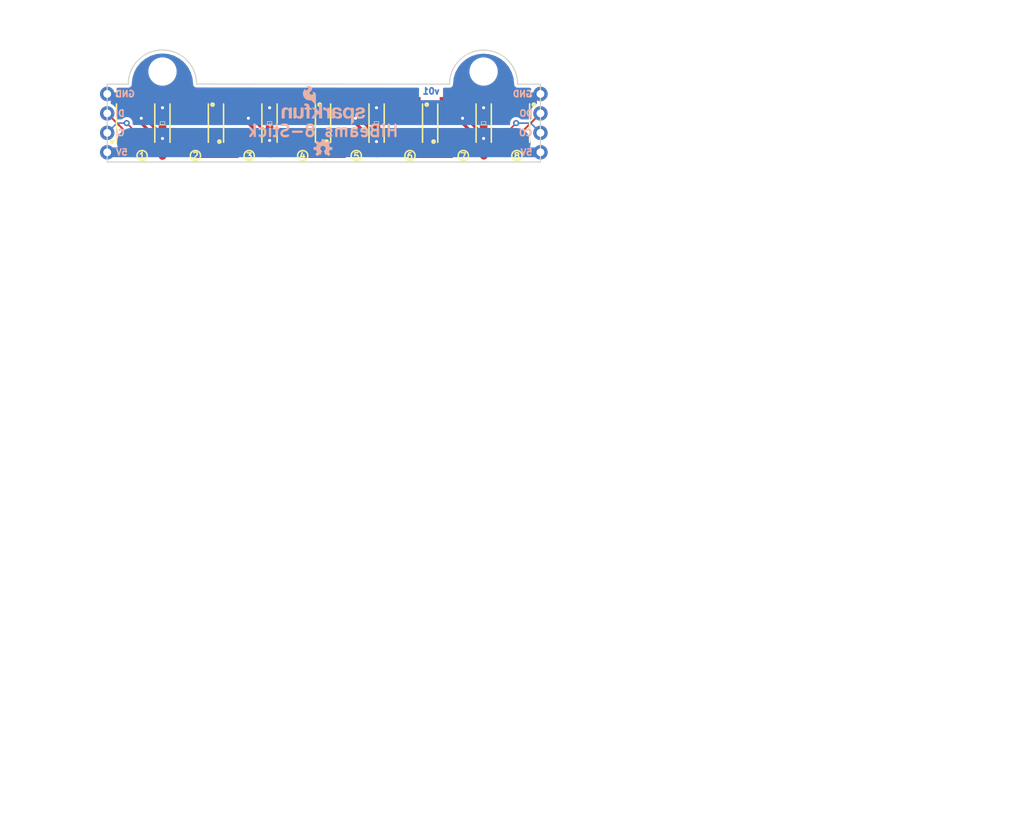
<source format=kicad_pcb>
(kicad_pcb (version 20170123) (host pcbnew no-vcs-found-5013ea2~58~ubuntu16.04.1)

  (general
    (links 44)
    (no_connects 0)
    (area 107.264286 87.292311 239.952514 194.4858)
    (thickness 1.6)
    (drawings 45)
    (tracks 191)
    (zones 0)
    (modules 20)
    (nets 21)
  )

  (page A4)
  (layers
    (0 F.Cu signal)
    (31 B.Cu signal)
    (32 B.Adhes user)
    (33 F.Adhes user)
    (34 B.Paste user)
    (35 F.Paste user)
    (36 B.SilkS user)
    (37 F.SilkS user)
    (38 B.Mask user)
    (39 F.Mask user)
    (40 Dwgs.User user)
    (41 Cmts.User user)
    (42 Eco1.User user)
    (43 Eco2.User user)
    (44 Edge.Cuts user)
    (45 Margin user)
    (46 B.CrtYd user)
    (47 F.CrtYd user)
    (48 B.Fab user hide)
    (49 F.Fab user hide)
  )

  (setup
    (last_trace_width 0.4064)
    (user_trace_width 0.2032)
    (user_trace_width 0.254)
    (user_trace_width 0.3048)
    (user_trace_width 0.4064)
    (user_trace_width 0.6096)
    (user_trace_width 1.27)
    (user_trace_width 1.905)
    (user_trace_width 3.81)
    (trace_clearance 0.2)
    (zone_clearance 0.381)
    (zone_45_only no)
    (trace_min 0.2)
    (segment_width 0.2)
    (edge_width 0.15)
    (via_size 0.8)
    (via_drill 0.4)
    (via_min_size 0.4)
    (via_min_drill 0.3)
    (uvia_size 0.3)
    (uvia_drill 0.1)
    (uvias_allowed no)
    (uvia_min_size 0.2)
    (uvia_min_drill 0.1)
    (pcb_text_width 0.3)
    (pcb_text_size 1.5 1.5)
    (mod_edge_width 0.15)
    (mod_text_size 1 1)
    (mod_text_width 0.15)
    (pad_size 1.524 1.524)
    (pad_drill 0.762)
    (pad_to_mask_clearance 0.1016)
    (aux_axis_origin 0 0)
    (visible_elements FFF9FFFF)
    (pcbplotparams
      (layerselection 0x00030_ffffffff)
      (usegerberextensions false)
      (excludeedgelayer true)
      (linewidth 0.100000)
      (plotframeref false)
      (viasonmask false)
      (mode 1)
      (useauxorigin false)
      (hpglpennumber 1)
      (hpglpenspeed 20)
      (hpglpendiameter 15)
      (psnegative false)
      (psa4output false)
      (plotreference true)
      (plotvalue true)
      (plotinvisibletext false)
      (padsonsilk false)
      (subtractmaskfromsilk false)
      (outputformat 1)
      (mirror false)
      (drillshape 1)
      (scaleselection 1)
      (outputdirectory ""))
  )

  (net 0 "")
  (net 1 GND)
  (net 2 +5V)
  (net 3 "Net-(U1-Pad6)")
  (net 4 "Net-(U1-Pad5)")
  (net 5 "Net-(U2-Pad5)")
  (net 6 "Net-(U2-Pad6)")
  (net 7 "Net-(U3-Pad5)")
  (net 8 "Net-(U3-Pad6)")
  (net 9 "Net-(U4-Pad6)")
  (net 10 "Net-(U4-Pad5)")
  (net 11 "Net-(U5-Pad5)")
  (net 12 "Net-(U5-Pad6)")
  (net 13 "Net-(U6-Pad6)")
  (net 14 "Net-(U6-Pad5)")
  (net 15 "Net-(U7-Pad5)")
  (net 16 "Net-(U7-Pad6)")
  (net 17 /DI)
  (net 18 /CI)
  (net 19 /DO)
  (net 20 /CO)

  (net_class Default "This is the default net class."
    (clearance 0.2)
    (trace_width 0.25)
    (via_dia 0.8)
    (via_drill 0.4)
    (uvia_dia 0.3)
    (uvia_drill 0.1)
    (add_net +5V)
    (add_net /CI)
    (add_net /CO)
    (add_net /DI)
    (add_net /DO)
    (add_net GND)
    (add_net "Net-(U1-Pad5)")
    (add_net "Net-(U1-Pad6)")
    (add_net "Net-(U2-Pad5)")
    (add_net "Net-(U2-Pad6)")
    (add_net "Net-(U3-Pad5)")
    (add_net "Net-(U3-Pad6)")
    (add_net "Net-(U4-Pad5)")
    (add_net "Net-(U4-Pad6)")
    (add_net "Net-(U5-Pad5)")
    (add_net "Net-(U5-Pad6)")
    (add_net "Net-(U6-Pad5)")
    (add_net "Net-(U6-Pad6)")
    (add_net "Net-(U7-Pad5)")
    (add_net "Net-(U7-Pad6)")
  )

  (module Pete:APA102_3 (layer F.Cu) (tedit 591CA5E4) (tstamp 593A5483)
    (at 124.3584 102.87 270)
    (path /59134083)
    (fp_text reference U1 (at 0 3.556 270) (layer F.SilkS) hide
      (effects (font (size 0.889 0.889) (thickness 0.22225)))
    )
    (fp_text value APA102 (at 0 0) (layer F.SilkS) hide
      (effects (font (size 0.889 0.6) (thickness 0.15)))
    )
    (fp_line (start -2.5 -2.5) (end 2.5 -2.5) (layer F.SilkS) (width 0.2032))
    (fp_line (start -2.5 2.5) (end 2.5 2.5) (layer F.SilkS) (width 0.2032))
    (fp_circle (center 2.413 3.048) (end 2.54 3.2385) (layer F.SilkS) (width 0.15))
    (fp_circle (center 2.413 3.048) (end 2.4765 3.1115) (layer F.SilkS) (width 0.15))
    (pad 6 smd rect (at -2.4 1.700001 90) (size 2 1.1) (layers F.Cu F.Paste F.Mask)
      (net 3 "Net-(U1-Pad6)") (solder_mask_margin 0.1016))
    (pad 5 smd rect (at -2.399998 0 90) (size 2 1.1) (layers F.Cu F.Paste F.Mask)
      (net 4 "Net-(U1-Pad5)") (solder_mask_margin 0.1016))
    (pad 4 smd rect (at -2.4 -1.7 90) (size 2 1.1) (layers F.Cu F.Paste F.Mask)
      (net 2 +5V) (solder_mask_margin 0.1016))
    (pad 3 smd rect (at 2.4 -1.700001 270) (size 2 1.1) (layers F.Cu F.Paste F.Mask)
      (net 1 GND) (solder_mask_margin 0.1016))
    (pad 2 smd rect (at 2.399998 0 270) (size 2 1.1) (layers F.Cu F.Paste F.Mask)
      (net 18 /CI) (solder_mask_margin 0.1016))
    (pad 1 smd rect (at 2.4 1.7 270) (size 2 1.1) (layers F.Cu F.Paste F.Mask)
      (net 17 /DI) (solder_mask_margin 0.1016))
  )

  (module Pete:0603_revised (layer F.Cu) (tedit 5914AE47) (tstamp 593A5391)
    (at 127.8636 102.87 270)
    (path /591344EB)
    (attr smd)
    (fp_text reference C1 (at 0.127 -0.9652 270) (layer F.SilkS) hide
      (effects (font (size 0.4064 0.4064) (thickness 0.0254)))
    )
    (fp_text value 0.1uF (at 0.2032 0.9398 270) (layer F.SilkS) hide
      (effects (font (size 0.4064 0.4064) (thickness 0.0254)))
    )
    (fp_line (start -0.3556 0.41656) (end 0.3556 0.41656) (layer Dwgs.User) (width 0.1016))
    (fp_line (start -0.3556 -0.4318) (end 0.3556 -0.4318) (layer Dwgs.User) (width 0.1016))
    (fp_line (start -1.47066 0.98298) (end -1.47066 -0.98298) (layer Dwgs.User) (width 0.0508))
    (fp_line (start 1.47066 0.98298) (end -1.47066 0.98298) (layer Dwgs.User) (width 0.0508))
    (fp_line (start 1.47066 -0.98298) (end 1.47066 0.98298) (layer Dwgs.User) (width 0.0508))
    (fp_line (start -1.47066 -0.98298) (end 1.47066 -0.98298) (layer Dwgs.User) (width 0.0508))
    (fp_line (start -0.19812 0.29972) (end -0.19812 -0.29972) (layer F.SilkS) (width 0.06604))
    (fp_line (start -0.19812 -0.29972) (end 0.19812 -0.29972) (layer F.SilkS) (width 0.06604))
    (fp_line (start 0.19812 0.29972) (end 0.19812 -0.29972) (layer F.SilkS) (width 0.06604))
    (fp_line (start -0.19812 0.29972) (end 0.19812 0.29972) (layer F.SilkS) (width 0.06604))
    (fp_line (start 0.3302 0.4699) (end 0.3302 -0.48006) (layer Dwgs.User) (width 0.06604))
    (fp_line (start 0.3302 -0.48006) (end 0.82804 -0.48006) (layer Dwgs.User) (width 0.06604))
    (fp_line (start 0.82804 0.4699) (end 0.82804 -0.48006) (layer Dwgs.User) (width 0.06604))
    (fp_line (start 0.3302 0.4699) (end 0.82804 0.4699) (layer Dwgs.User) (width 0.06604))
    (fp_line (start -0.8382 0.4699) (end -0.8382 -0.48006) (layer Dwgs.User) (width 0.06604))
    (fp_line (start -0.8382 -0.48006) (end -0.33782 -0.48006) (layer Dwgs.User) (width 0.06604))
    (fp_line (start -0.33782 0.4699) (end -0.33782 -0.48006) (layer Dwgs.User) (width 0.06604))
    (fp_line (start -0.8382 0.4699) (end -0.33782 0.4699) (layer Dwgs.User) (width 0.06604))
    (pad 2 smd rect (at 0.84836 0 270) (size 1.09982 0.99822) (layers F.Cu F.Paste F.Mask)
      (net 2 +5V))
    (pad 1 smd rect (at -0.84836 0 270) (size 1.09982 0.99822) (layers F.Cu F.Paste F.Mask)
      (net 1 GND))
  )

  (module Pete:0603_revised (layer F.Cu) (tedit 5914AE47) (tstamp 593A53A9)
    (at 141.8336 102.87 270)
    (path /59134598)
    (attr smd)
    (fp_text reference C2 (at 0.127 -0.9652 270) (layer F.SilkS) hide
      (effects (font (size 0.4064 0.4064) (thickness 0.0254)))
    )
    (fp_text value 0.1uF (at 0.2032 0.9398 270) (layer F.SilkS) hide
      (effects (font (size 0.4064 0.4064) (thickness 0.0254)))
    )
    (fp_line (start -0.8382 0.4699) (end -0.33782 0.4699) (layer Dwgs.User) (width 0.06604))
    (fp_line (start -0.33782 0.4699) (end -0.33782 -0.48006) (layer Dwgs.User) (width 0.06604))
    (fp_line (start -0.8382 -0.48006) (end -0.33782 -0.48006) (layer Dwgs.User) (width 0.06604))
    (fp_line (start -0.8382 0.4699) (end -0.8382 -0.48006) (layer Dwgs.User) (width 0.06604))
    (fp_line (start 0.3302 0.4699) (end 0.82804 0.4699) (layer Dwgs.User) (width 0.06604))
    (fp_line (start 0.82804 0.4699) (end 0.82804 -0.48006) (layer Dwgs.User) (width 0.06604))
    (fp_line (start 0.3302 -0.48006) (end 0.82804 -0.48006) (layer Dwgs.User) (width 0.06604))
    (fp_line (start 0.3302 0.4699) (end 0.3302 -0.48006) (layer Dwgs.User) (width 0.06604))
    (fp_line (start -0.19812 0.29972) (end 0.19812 0.29972) (layer F.SilkS) (width 0.06604))
    (fp_line (start 0.19812 0.29972) (end 0.19812 -0.29972) (layer F.SilkS) (width 0.06604))
    (fp_line (start -0.19812 -0.29972) (end 0.19812 -0.29972) (layer F.SilkS) (width 0.06604))
    (fp_line (start -0.19812 0.29972) (end -0.19812 -0.29972) (layer F.SilkS) (width 0.06604))
    (fp_line (start -1.47066 -0.98298) (end 1.47066 -0.98298) (layer Dwgs.User) (width 0.0508))
    (fp_line (start 1.47066 -0.98298) (end 1.47066 0.98298) (layer Dwgs.User) (width 0.0508))
    (fp_line (start 1.47066 0.98298) (end -1.47066 0.98298) (layer Dwgs.User) (width 0.0508))
    (fp_line (start -1.47066 0.98298) (end -1.47066 -0.98298) (layer Dwgs.User) (width 0.0508))
    (fp_line (start -0.3556 -0.4318) (end 0.3556 -0.4318) (layer Dwgs.User) (width 0.1016))
    (fp_line (start -0.3556 0.41656) (end 0.3556 0.41656) (layer Dwgs.User) (width 0.1016))
    (pad 1 smd rect (at -0.84836 0 270) (size 1.09982 0.99822) (layers F.Cu F.Paste F.Mask)
      (net 1 GND))
    (pad 2 smd rect (at 0.84836 0 270) (size 1.09982 0.99822) (layers F.Cu F.Paste F.Mask)
      (net 2 +5V))
  )

  (module Pete:0603_revised (layer F.Cu) (tedit 5914AE47) (tstamp 593A53C1)
    (at 155.7782 102.87 270)
    (path /59134604)
    (attr smd)
    (fp_text reference C3 (at 0.127 -0.9652 270) (layer F.SilkS) hide
      (effects (font (size 0.4064 0.4064) (thickness 0.0254)))
    )
    (fp_text value 0.1uF (at 0.2032 0.9398 270) (layer F.SilkS) hide
      (effects (font (size 0.4064 0.4064) (thickness 0.0254)))
    )
    (fp_line (start -0.3556 0.41656) (end 0.3556 0.41656) (layer Dwgs.User) (width 0.1016))
    (fp_line (start -0.3556 -0.4318) (end 0.3556 -0.4318) (layer Dwgs.User) (width 0.1016))
    (fp_line (start -1.47066 0.98298) (end -1.47066 -0.98298) (layer Dwgs.User) (width 0.0508))
    (fp_line (start 1.47066 0.98298) (end -1.47066 0.98298) (layer Dwgs.User) (width 0.0508))
    (fp_line (start 1.47066 -0.98298) (end 1.47066 0.98298) (layer Dwgs.User) (width 0.0508))
    (fp_line (start -1.47066 -0.98298) (end 1.47066 -0.98298) (layer Dwgs.User) (width 0.0508))
    (fp_line (start -0.19812 0.29972) (end -0.19812 -0.29972) (layer F.SilkS) (width 0.06604))
    (fp_line (start -0.19812 -0.29972) (end 0.19812 -0.29972) (layer F.SilkS) (width 0.06604))
    (fp_line (start 0.19812 0.29972) (end 0.19812 -0.29972) (layer F.SilkS) (width 0.06604))
    (fp_line (start -0.19812 0.29972) (end 0.19812 0.29972) (layer F.SilkS) (width 0.06604))
    (fp_line (start 0.3302 0.4699) (end 0.3302 -0.48006) (layer Dwgs.User) (width 0.06604))
    (fp_line (start 0.3302 -0.48006) (end 0.82804 -0.48006) (layer Dwgs.User) (width 0.06604))
    (fp_line (start 0.82804 0.4699) (end 0.82804 -0.48006) (layer Dwgs.User) (width 0.06604))
    (fp_line (start 0.3302 0.4699) (end 0.82804 0.4699) (layer Dwgs.User) (width 0.06604))
    (fp_line (start -0.8382 0.4699) (end -0.8382 -0.48006) (layer Dwgs.User) (width 0.06604))
    (fp_line (start -0.8382 -0.48006) (end -0.33782 -0.48006) (layer Dwgs.User) (width 0.06604))
    (fp_line (start -0.33782 0.4699) (end -0.33782 -0.48006) (layer Dwgs.User) (width 0.06604))
    (fp_line (start -0.8382 0.4699) (end -0.33782 0.4699) (layer Dwgs.User) (width 0.06604))
    (pad 2 smd rect (at 0.84836 0 270) (size 1.09982 0.99822) (layers F.Cu F.Paste F.Mask)
      (net 2 +5V))
    (pad 1 smd rect (at -0.84836 0 270) (size 1.09982 0.99822) (layers F.Cu F.Paste F.Mask)
      (net 1 GND))
  )

  (module Pete:0603_revised (layer F.Cu) (tedit 5914AE47) (tstamp 593A53D9)
    (at 169.7482 102.87 270)
    (path /5913464D)
    (attr smd)
    (fp_text reference C4 (at 0.127 -0.9652 270) (layer F.SilkS) hide
      (effects (font (size 0.4064 0.4064) (thickness 0.0254)))
    )
    (fp_text value 0.1uF (at 0.2032 0.9398 270) (layer F.SilkS) hide
      (effects (font (size 0.4064 0.4064) (thickness 0.0254)))
    )
    (fp_line (start -0.8382 0.4699) (end -0.33782 0.4699) (layer Dwgs.User) (width 0.06604))
    (fp_line (start -0.33782 0.4699) (end -0.33782 -0.48006) (layer Dwgs.User) (width 0.06604))
    (fp_line (start -0.8382 -0.48006) (end -0.33782 -0.48006) (layer Dwgs.User) (width 0.06604))
    (fp_line (start -0.8382 0.4699) (end -0.8382 -0.48006) (layer Dwgs.User) (width 0.06604))
    (fp_line (start 0.3302 0.4699) (end 0.82804 0.4699) (layer Dwgs.User) (width 0.06604))
    (fp_line (start 0.82804 0.4699) (end 0.82804 -0.48006) (layer Dwgs.User) (width 0.06604))
    (fp_line (start 0.3302 -0.48006) (end 0.82804 -0.48006) (layer Dwgs.User) (width 0.06604))
    (fp_line (start 0.3302 0.4699) (end 0.3302 -0.48006) (layer Dwgs.User) (width 0.06604))
    (fp_line (start -0.19812 0.29972) (end 0.19812 0.29972) (layer F.SilkS) (width 0.06604))
    (fp_line (start 0.19812 0.29972) (end 0.19812 -0.29972) (layer F.SilkS) (width 0.06604))
    (fp_line (start -0.19812 -0.29972) (end 0.19812 -0.29972) (layer F.SilkS) (width 0.06604))
    (fp_line (start -0.19812 0.29972) (end -0.19812 -0.29972) (layer F.SilkS) (width 0.06604))
    (fp_line (start -1.47066 -0.98298) (end 1.47066 -0.98298) (layer Dwgs.User) (width 0.0508))
    (fp_line (start 1.47066 -0.98298) (end 1.47066 0.98298) (layer Dwgs.User) (width 0.0508))
    (fp_line (start 1.47066 0.98298) (end -1.47066 0.98298) (layer Dwgs.User) (width 0.0508))
    (fp_line (start -1.47066 0.98298) (end -1.47066 -0.98298) (layer Dwgs.User) (width 0.0508))
    (fp_line (start -0.3556 -0.4318) (end 0.3556 -0.4318) (layer Dwgs.User) (width 0.1016))
    (fp_line (start -0.3556 0.41656) (end 0.3556 0.41656) (layer Dwgs.User) (width 0.1016))
    (pad 1 smd rect (at -0.84836 0 270) (size 1.09982 0.99822) (layers F.Cu F.Paste F.Mask)
      (net 1 GND))
    (pad 2 smd rect (at 0.84836 0 270) (size 1.09982 0.99822) (layers F.Cu F.Paste F.Mask)
      (net 2 +5V))
  )

  (module SparkFun:SFE_LOGO_NAME_FLAME_.1 (layer B.Cu) (tedit 59301959) (tstamp 593A5470)
    (at 154.7368 103.2002 180)
    (descr "SPARKFUN FONT LOGO W/ FLAME - 0.1\" HEIGHT - SILKSCREEN")
    (tags "SPARKFUN FONT LOGO W/ FLAME - 0.1\" HEIGHT - SILKSCREEN")
    (path /591F53CA)
    (attr virtual)
    (fp_text reference LOGO1 (at 0 0 180) (layer B.SilkS) hide
      (effects (font (thickness 0.15)) (justify mirror))
    )
    (fp_text value SFE_LOGO_NAME_FLAME.1_INCH (at 0 0 180) (layer B.SilkS) hide
      (effects (font (thickness 0.15)) (justify mirror))
    )
    (fp_poly (pts (xy 0.80772 1.39954) (xy 0.80772 1.33858) (xy 0.82804 1.28778) (xy 0.85852 1.24968)
      (xy 0.89916 1.2192) (xy 0.9398 1.18872) (xy 0.99822 1.17856) (xy 1.04902 1.1684)
      (xy 1.10998 1.15824) (xy 1.14808 1.1684) (xy 1.18872 1.1684) (xy 1.22936 1.17856)
      (xy 1.27 1.19888) (xy 1.3081 1.22936) (xy 1.33858 1.25984) (xy 1.34874 1.29794)
      (xy 1.3589 1.33858) (xy 1.34874 1.37922) (xy 1.32842 1.41986) (xy 1.28778 1.4478)
      (xy 1.23952 1.47828) (xy 1.17856 1.4986) (xy 1.09982 1.51892) (xy 1.01854 1.53924)
      (xy 0.91948 1.55956) (xy 0.82804 1.57988) (xy 0.7493 1.60782) (xy 0.67818 1.6383)
      (xy 0.6096 1.67894) (xy 0.54864 1.71958) (xy 0.508 1.778) (xy 0.47752 1.84912)
      (xy 0.4699 1.93802) (xy 0.47752 2.05994) (xy 0.51816 2.159) (xy 0.58928 2.23774)
      (xy 0.65786 2.2987) (xy 0.75946 2.3495) (xy 0.85852 2.36982) (xy 0.96774 2.3876)
      (xy 1.19888 2.3876) (xy 1.3081 2.36982) (xy 1.4097 2.33934) (xy 1.4986 2.2987)
      (xy 1.57988 2.23774) (xy 1.6383 2.159) (xy 1.6891 2.05994) (xy 1.70942 1.93802)
      (xy 1.33858 1.93802) (xy 1.32842 1.98882) (xy 1.3081 2.03962) (xy 1.28778 2.06756)
      (xy 1.25984 2.08788) (xy 1.2192 2.1082) (xy 1.1684 2.12852) (xy 0.99822 2.12852)
      (xy 0.96774 2.11836) (xy 0.92964 2.1082) (xy 0.89916 2.09804) (xy 0.87884 2.06756)
      (xy 0.85852 2.03962) (xy 0.85852 1.99898) (xy 0.86868 1.95834) (xy 0.89916 1.9177)
      (xy 0.9398 1.88976) (xy 0.99822 1.85928) (xy 1.05918 1.83896) (xy 1.13792 1.8288)
      (xy 1.2192 1.80848) (xy 1.29794 1.78816) (xy 1.37922 1.76784) (xy 1.46812 1.74752)
      (xy 1.53924 1.70942) (xy 1.60782 1.66878) (xy 1.66878 1.61798) (xy 1.70942 1.55956)
      (xy 1.7399 1.48844) (xy 1.74752 1.39954) (xy 1.72974 1.27) (xy 1.6891 1.15824)
      (xy 1.62814 1.0795) (xy 1.5494 1.00838) (xy 1.4478 0.95758) (xy 1.33858 0.92964)
      (xy 1.2192 0.90932) (xy 1.09982 0.89916) (xy 0.9779 0.90932) (xy 0.85852 0.92964)
      (xy 0.7493 0.95758) (xy 0.6477 1.00838) (xy 0.56896 1.0795) (xy 0.49784 1.1684)
      (xy 0.45974 1.27) (xy 0.43942 1.39954) (xy 0.75946 1.39954)) (layer B.SilkS) (width 0.01))
    (fp_poly (pts (xy 2.9083 1.39954) (xy 2.93878 1.47828) (xy 2.94894 1.55956) (xy 2.94894 1.6383)
      (xy 3.33756 1.62814) (xy 3.32994 1.48844) (xy 3.29946 1.3589) (xy 3.24866 1.23952)) (layer B.SilkS) (width 0.01))
    (fp_poly (pts (xy 3.24866 1.23952) (xy 3.1877 1.12776) (xy 3.0988 1.03886) (xy 2.98958 0.95758)
      (xy 2.86766 0.91948) (xy 2.7178 0.89916) (xy 2.65938 0.90932) (xy 2.59842 0.91948)
      (xy 2.54 0.92964) (xy 2.47904 0.95758) (xy 2.42824 0.98806) (xy 2.37998 1.01854)
      (xy 2.33934 1.06934) (xy 2.2987 1.1176) (xy 2.28854 1.1176) (xy 2.28854 0.09906)
      (xy 2.2479 0.1397) (xy 2.19964 0.18796) (xy 2.14884 0.2286) (xy 2.09804 0.26924)
      (xy 2.04978 0.30988) (xy 1.99898 0.35814) (xy 1.95834 0.39878) (xy 1.90754 0.43942)
      (xy 1.90754 2.28854) (xy 1.94818 2.2987) (xy 1.99898 2.30886) (xy 2.04978 2.30886)
      (xy 2.08788 2.31902) (xy 2.13868 2.32918) (xy 2.17932 2.33934) (xy 2.22758 2.3495)
      (xy 2.27838 2.35966) (xy 2.27838 2.17932) (xy 2.31902 2.22758) (xy 2.35966 2.26822)
      (xy 2.40792 2.30886) (xy 2.45872 2.33934) (xy 2.50952 2.36982) (xy 2.56794 2.37998)
      (xy 2.6289 2.3876) (xy 2.69748 2.3876) (xy 2.84988 2.37998) (xy 2.98958 2.32918)
      (xy 3.0988 2.25806) (xy 3.1877 2.159) (xy 3.25882 2.04978) (xy 3.29946 1.9177)
      (xy 3.32994 1.778) (xy 3.33756 1.62814) (xy 2.94894 1.6383) (xy 2.94894 1.72974)
      (xy 2.93878 1.80848) (xy 2.9083 1.88976) (xy 2.87782 1.95834) (xy 2.82956 2.0193)
      (xy 2.7686 2.05994) (xy 2.69748 2.08788) (xy 2.60858 2.09804) (xy 2.52984 2.08788)
      (xy 2.44856 2.05994) (xy 2.39776 2.0193) (xy 2.3495 1.95834) (xy 2.31902 1.88976)
      (xy 2.28854 1.80848) (xy 2.27838 1.72974) (xy 2.27838 1.55956) (xy 2.2987 1.47828)
      (xy 2.31902 1.39954) (xy 2.3495 1.32842) (xy 2.39776 1.27762) (xy 2.45872 1.22936)
      (xy 2.52984 1.20904) (xy 2.61874 1.19888) (xy 2.69748 1.20904) (xy 2.77876 1.22936)
      (xy 2.83972 1.27762) (xy 2.87782 1.32842) (xy 2.9083 1.39954)) (layer B.SilkS) (width 0.01))
    (fp_poly (pts (xy 3.92938 1.74752) (xy 4.01828 1.75768) (xy 4.10972 1.76784) (xy 4.1783 1.778)
      (xy 4.2291 1.57988) (xy 4.20878 1.56972) (xy 4.18846 1.56972) (xy 4.15798 1.55956)
      (xy 4.11988 1.55956) (xy 4.0894 1.5494) (xy 4.04876 1.5494) (xy 4.02844 1.53924)
      (xy 4.00812 1.53924)) (layer B.SilkS) (width 0.01))
    (fp_poly (pts (xy 4.00812 1.53924) (xy 3.97764 1.52908) (xy 3.95986 1.51892) (xy 3.9497 1.50876)
      (xy 3.92938 1.4986) (xy 3.90906 1.48844) (xy 3.8989 1.47828) (xy 3.87858 1.46812)
      (xy 3.86842 1.4478) (xy 3.85826 1.42748) (xy 3.8481 1.4097) (xy 3.8481 1.38938)
      (xy 3.83794 1.36906) (xy 3.83794 1.31826) (xy 3.8481 1.28778) (xy 3.8481 1.27)
      (xy 3.85826 1.24968) (xy 3.86842 1.23952) (xy 3.87858 1.2192) (xy 3.8989 1.20904)
      (xy 3.90906 1.19888) (xy 3.92938 1.18872) (xy 3.9497 1.17856) (xy 3.96748 1.17856)
      (xy 3.9878 1.1684) (xy 4.00812 1.1684) (xy 4.02844 1.15824) (xy 4.07924 1.15824)
      (xy 4.1275 1.1684) (xy 4.1783 1.1684) (xy 4.21894 1.18872) (xy 4.25958 1.19888)
      (xy 4.28752 1.2192) (xy 4.30784 1.23952) (xy 4.32816 1.27) (xy 4.34848 1.28778)
      (xy 4.35864 1.31826) (xy 4.3688 1.34874) (xy 4.37896 1.36906) (xy 4.38912 1.39954)
      (xy 4.38912 1.62814) (xy 4.37896 1.61798) (xy 4.3688 1.60782) (xy 4.34848 1.60782)
      (xy 4.32816 1.59766) (xy 4.30784 1.5875) (xy 4.28752 1.5875) (xy 4.26974 1.57988)
      (xy 4.2291 1.57988) (xy 4.1783 1.778) (xy 4.24942 1.79832) (xy 4.30784 1.81864)
      (xy 4.35864 1.84912) (xy 4.38912 1.88976) (xy 4.38912 1.99898) (xy 4.37896 2.0193)
      (xy 4.3688 2.03962) (xy 4.35864 2.05994) (xy 4.34848 2.06756) (xy 4.33832 2.08788)
      (xy 4.318 2.09804) (xy 4.29768 2.1082) (xy 4.2799 2.11836) (xy 4.25958 2.11836)
      (xy 4.23926 2.12852) (xy 4.05892 2.12852) (xy 4.0386 2.11836) (xy 4.01828 2.1082)
      (xy 3.99796 2.09804) (xy 3.97764 2.08788) (xy 3.95986 2.07772) (xy 3.9497 2.06756)
      (xy 3.92938 2.04978) (xy 3.91922 2.03962) (xy 3.90906 2.0193) (xy 3.8989 1.98882)
      (xy 3.88874 1.9685) (xy 3.88874 1.9177) (xy 3.49758 1.9177) (xy 3.50774 1.97866)
      (xy 3.5179 2.03962) (xy 3.53822 2.09804) (xy 3.5687 2.13868) (xy 3.59918 2.18948)
      (xy 3.62966 2.22758) (xy 3.66776 2.25806) (xy 3.71856 2.28854) (xy 3.76936 2.31902)
      (xy 3.81762 2.33934) (xy 3.86842 2.3495) (xy 3.92938 2.36982) (xy 3.9878 2.37998)
      (xy 4.0386 2.3876) (xy 4.26974 2.3876) (xy 4.318 2.37998) (xy 4.37896 2.37998)
      (xy 4.42976 2.36982) (xy 4.47802 2.3495) (xy 4.52882 2.33934) (xy 4.57962 2.31902)
      (xy 4.61772 2.28854) (xy 4.65836 2.25806) (xy 4.699 2.22758) (xy 4.72948 2.18948)
      (xy 4.7498 2.14884) (xy 4.76758 2.09804) (xy 4.77774 2.04978) (xy 4.77774 1.17856)
      (xy 4.7879 1.15824) (xy 4.7879 1.06934) (xy 4.79806 1.04902) (xy 4.79806 1.0287)
      (xy 4.80822 1.00838) (xy 4.80822 0.9779) (xy 4.81838 0.95758) (xy 4.82854 0.94996)
      (xy 4.82854 0.9398) (xy 4.43992 0.9398) (xy 4.43992 0.94996) (xy 4.42976 0.95758)
      (xy 4.42976 0.96774) (xy 4.4196 0.9779) (xy 4.4196 1.00838) (xy 4.40944 1.01854)
      (xy 4.40944 1.0795) (xy 4.38912 1.04902) (xy 4.35864 1.0287) (xy 4.33832 1.00838)
      (xy 4.30784 0.98806) (xy 4.2799 0.9779) (xy 4.24942 0.95758) (xy 4.21894 0.94996)
      (xy 4.18846 0.9398) (xy 4.15798 0.92964) (xy 4.1275 0.91948) (xy 4.09956 0.91948)
      (xy 4.06908 0.90932) (xy 4.02844 0.90932) (xy 3.99796 0.89916) (xy 3.88874 0.89916)
      (xy 3.83794 0.90932) (xy 3.78968 0.90932) (xy 3.74904 0.91948) (xy 3.69824 0.9398)
      (xy 3.6576 0.95758) (xy 3.62966 0.9779) (xy 3.58902 0.99822) (xy 3.55854 1.0287)
      (xy 3.53822 1.05918) (xy 3.50774 1.09982) (xy 3.48996 1.12776) (xy 3.4798 1.17856)
      (xy 3.45948 1.2192) (xy 3.45948 1.27) (xy 3.44932 1.31826) (xy 3.46964 1.42748)
      (xy 3.49758 1.51892) (xy 3.53822 1.5875) (xy 3.60934 1.64846) (xy 3.67792 1.6891)
      (xy 3.7592 1.71958) (xy 3.83794 1.7399) (xy 3.92938 1.74752)) (layer B.SilkS) (width 0.01))
    (fp_poly (pts (xy 4.99872 2.28854) (xy 5.04952 2.2987) (xy 5.08762 2.30886) (xy 5.13842 2.30886)
      (xy 5.18922 2.31902) (xy 5.22986 2.32918) (xy 5.27812 2.33934) (xy 5.32892 2.3495)
      (xy 5.36956 2.35966) (xy 5.36956 2.08788) (xy 5.40766 2.159) (xy 5.4483 2.2098)
      (xy 5.4991 2.26822) (xy 5.5499 2.30886) (xy 5.61848 2.3495) (xy 5.67944 2.36982)
      (xy 5.74802 2.3876) (xy 5.88772 2.3876) (xy 5.89788 2.37998) (xy 5.90804 2.37998)
      (xy 5.90804 2.0193) (xy 5.89788 2.0193) (xy 5.87756 2.02946) (xy 5.76834 2.02946)
      (xy 5.66928 2.0193) (xy 5.588 1.99898) (xy 5.51942 1.95834) (xy 5.46862 1.89992)
      (xy 5.42798 1.8288) (xy 5.40766 1.75768) (xy 5.38988 1.66878) (xy 5.38988 0.9398)
      (xy 4.99872 0.9398) (xy 4.99872 2.11836)) (layer B.SilkS) (width 0.01))
    (fp_poly (pts (xy 6.0579 2.6797) (xy 6.44906 2.88798) (xy 6.44906 1.84912) (xy 6.93928 2.35966)
      (xy 7.39902 2.35966) (xy 6.86816 1.83896) (xy 7.45998 0.9398) (xy 6.98754 0.9398)
      (xy 6.59892 1.56972) (xy 6.44906 1.42748) (xy 6.44906 0.9398) (xy 6.0579 0.9398)) (layer B.SilkS) (width 0.01))
    (fp_poly (pts (xy 7.69874 2.09804) (xy 7.30758 2.09804) (xy 7.34822 2.12852) (xy 7.3787 2.159)
      (xy 7.40918 2.18948) (xy 7.44982 2.22758) (xy 7.47776 2.25806) (xy 7.50824 2.28854)
      (xy 7.54888 2.31902) (xy 7.57936 2.35966) (xy 7.69874 2.35966) (xy 7.69874 2.55778)
      (xy 7.72922 2.63906) (xy 7.7597 2.70764) (xy 7.80796 2.7686) (xy 7.87908 2.8194)
      (xy 7.95782 2.8575) (xy 8.05942 2.88798) (xy 8.34898 2.88798) (xy 8.3693 2.87782)
      (xy 8.3693 2.59842) (xy 8.19912 2.59842) (xy 8.15848 2.58826) (xy 8.13816 2.5781)
      (xy 8.11784 2.56794) (xy 8.09752 2.54) (xy 8.0899 2.51968) (xy 8.0899 2.47904)
      (xy 8.07974 2.4384) (xy 8.07974 2.35966) (xy 8.34898 2.35966) (xy 8.34898 2.09804)
      (xy 8.07974 2.09804) (xy 8.07974 0.9398) (xy 7.69874 0.9398) (xy 7.69874 1.94818)) (layer B.SilkS) (width 0.01))
    (fp_poly (pts (xy 9.78916 0.9398) (xy 9.41832 0.9398) (xy 9.41832 1.13792) (xy 9.40816 1.13792)
      (xy 9.36752 1.0795) (xy 9.32942 1.0287) (xy 9.27862 0.98806) (xy 9.21766 0.95758)
      (xy 9.1694 0.9398) (xy 9.10844 0.91948) (xy 9.03986 0.90932) (xy 8.9789 0.89916)
      (xy 8.8392 0.90932) (xy 8.72998 0.94996) (xy 8.63854 0.99822) (xy 8.56996 1.05918)
      (xy 8.51916 1.14808) (xy 8.48868 1.24968) (xy 8.46836 1.3589) (xy 8.46836 2.35966)
      (xy 8.84936 2.35966) (xy 8.84936 1.55956) (xy 8.85952 1.47828) (xy 8.86968 1.39954)
      (xy 8.87984 1.33858) (xy 8.90778 1.29794) (xy 8.93826 1.25984) (xy 8.98906 1.22936)
      (xy 9.03986 1.2192) (xy 9.09828 1.20904) (xy 9.17956 1.2192) (xy 9.23798 1.22936)
      (xy 9.28878 1.25984) (xy 9.32942 1.29794) (xy 9.3599 1.3589) (xy 9.38784 1.42748)
      (xy 9.398 1.50876) (xy 9.398 2.35966) (xy 9.78916 2.35966) (xy 9.78916 1.1176)) (layer B.SilkS) (width 0.01))
    (fp_poly (pts (xy 9.99998 2.35966) (xy 10.36828 2.35966) (xy 10.36828 2.159) (xy 10.37844 2.159)
      (xy 10.41908 2.21996) (xy 10.45972 2.25806) (xy 10.50798 2.2987) (xy 10.56894 2.33934)
      (xy 10.6299 2.35966) (xy 10.68832 2.37998) (xy 10.74928 2.3876) (xy 10.8077 2.3876)
      (xy 10.94994 2.37998) (xy 11.05916 2.3495) (xy 11.14806 2.2987) (xy 11.21918 2.22758)
      (xy 11.26998 2.14884) (xy 11.29792 2.04978) (xy 11.31824 1.93802) (xy 11.3284 1.80848)
      (xy 11.3284 0.9398) (xy 10.93978 0.9398) (xy 10.93978 1.7399) (xy 10.92962 1.81864)
      (xy 10.91946 1.88976) (xy 10.9093 1.94818) (xy 10.87882 1.99898) (xy 10.84834 2.03962)
      (xy 10.79754 2.06756) (xy 10.74928 2.07772) (xy 10.68832 2.08788) (xy 10.60958 2.07772)
      (xy 10.54862 2.06756) (xy 10.49782 2.03962) (xy 10.45972 1.98882) (xy 10.42924 1.93802)
      (xy 10.39876 1.86944) (xy 10.3886 1.778) (xy 10.3886 0.9398) (xy 9.99998 0.9398)
      (xy 9.99998 2.17932)) (layer B.SilkS) (width 0.01))
    (fp_poly (pts (xy 8.24992 4.77774) (xy 8.24992 4.699) (xy 8.23976 4.66852) (xy 8.2296 4.63804)
      (xy 8.19912 4.61772) (xy 8.16864 4.60756) (xy 8.09752 4.60756) (xy 8.05942 4.62788)
      (xy 8.01878 4.6482) (xy 7.9883 4.66852) (xy 7.94766 4.699) (xy 7.91972 4.71932)
      (xy 7.88924 4.7498) (xy 7.86892 4.7879) (xy 7.8486 4.81838) (xy 7.83844 4.85902)
      (xy 7.82828 4.8895) (xy 7.83844 4.91998) (xy 7.8486 4.93776) (xy 7.85876 4.96824)
      (xy 7.87908 4.99872) (xy 7.91972 5.0292) (xy 7.95782 5.04952) (xy 8.00862 5.05968)
      (xy 8.04926 5.06984) (xy 8.07974 5.06984) (xy 8.10768 5.05968) (xy 8.13816 5.05968)
      (xy 8.128 5.06984) (xy 8.0899 5.09778) (xy 8.02894 5.12826) (xy 7.94766 5.15874)
      (xy 7.85876 5.18922) (xy 7.7597 5.18922) (xy 7.64794 5.1689) (xy 7.53872 5.10794)
      (xy 7.44982 5.0292) (xy 7.39902 4.95808) (xy 7.36854 4.86918) (xy 7.36854 4.7879)
      (xy 7.38886 4.699) (xy 7.43966 4.60756) (xy 7.50824 4.52882) (xy 7.58952 4.43992)
      (xy 7.6581 4.35864) (xy 7.68858 4.28752) (xy 7.68858 4.21894) (xy 7.66826 4.15798)
      (xy 7.62762 4.10972) (xy 7.5692 4.06908) (xy 7.48792 4.04876) (xy 7.40918 4.04876)
      (xy 7.35838 4.05892) (xy 7.30758 4.07924) (xy 7.27964 4.09956) (xy 7.24916 4.1275)
      (xy 7.22884 4.16814) (xy 7.21868 4.19862) (xy 7.21868 4.2291) (xy 7.22884 4.25958)
      (xy 7.24916 4.28752) (xy 7.26948 4.30784) (xy 7.2898 4.32816) (xy 7.31774 4.33832)
      (xy 7.33806 4.34848) (xy 7.35838 4.35864) (xy 7.36854 4.3688) (xy 7.34822 4.37896)
      (xy 7.3279 4.37896) (xy 7.2898 4.38912) (xy 7.20852 4.38912) (xy 7.14756 4.37896)
      (xy 7.0993 4.35864) (xy 7.0485 4.33832) (xy 7.00786 4.30784) (xy 6.9596 4.2799)
      (xy 6.92912 4.2291) (xy 6.89864 4.16814) (xy 6.87832 4.10972) (xy 6.86816 4.01828)
      (xy 6.858 3.92938) (xy 6.858 2.64922) (xy 6.86816 2.64922) (xy 6.88848 2.6797)
      (xy 6.91896 2.70764) (xy 6.94944 2.74828) (xy 6.9977 2.79908) (xy 7.0485 2.8575)
      (xy 7.10946 2.91846) (xy 7.15772 2.98958) (xy 7.22884 3.05816) (xy 7.2898 3.11912)
      (xy 7.33806 3.17754) (xy 7.38886 3.21818) (xy 7.43966 3.25882) (xy 7.48792 3.2893)
      (xy 7.54888 3.29946) (xy 7.73938 3.29946) (xy 7.85876 3.31978) (xy 7.96798 3.34772)
      (xy 8.06958 3.38836) (xy 8.16864 3.44932) (xy 8.24992 3.5179) (xy 8.32866 3.59918)
      (xy 8.39978 3.68808) (xy 8.49884 3.86842) (xy 8.54964 4.04876) (xy 8.5598 4.2291)
      (xy 8.52932 4.38912) (xy 8.47852 4.52882) (xy 8.40994 4.6482) (xy 8.32866 4.73964)) (layer B.SilkS) (width 0.01))
  )

  (module SparkFun:OSHW-LOGO-MINI (layer B.Cu) (tedit 593019B7) (tstamp 593A5475)
    (at 148.7932 106.172 180)
    (descr "OPEN-SOURCE HARDWARE (OSHW) LOGO - MINI - SILKSCREEN")
    (tags "OPEN-SOURCE HARDWARE (OSHW) LOGO - MINI - SILKSCREEN")
    (path /591CA41A)
    (attr virtual)
    (fp_text reference LOGO2 (at 0 0 180) (layer B.SilkS) hide
      (effects (font (thickness 0.15)) (justify mirror))
    )
    (fp_text value OSHW-LOGOMINI (at 0 0 180) (layer B.SilkS) hide
      (effects (font (thickness 0.15)) (justify mirror))
    )
    (fp_poly (pts (xy 1.23444 -0.17018) (xy 1.23444 0.14732) (xy 0.8763 0.20574) (xy 0.8763 0.24638)
      (xy 0.86614 0.25654) (xy 0.86614 0.27686) (xy 0.85598 0.28702) (xy 0.84582 0.30734)
      (xy 0.84582 0.32512) (xy 0.83566 0.33528) (xy 0.83566 0.3556) (xy 0.8255 0.36576)
      (xy 0.81534 0.38608) (xy 0.80518 0.39624) (xy 0.80518 0.41656) (xy 0.79502 0.42672)
      (xy 0.78486 0.44704) (xy 0.7747 0.4572) (xy 0.98552 0.74676) (xy 0.75438 0.9652)
      (xy 0.46482 0.76708) (xy 0.45466 0.77724) (xy 0.43434 0.78486) (xy 0.42418 0.78486)
      (xy 0.4064 0.79502) (xy 0.39624 0.80518) (xy 0.37592 0.81534) (xy 0.36576 0.81534)
      (xy 0.34544 0.8255) (xy 0.33528 0.83566) (xy 0.31496 0.83566) (xy 0.29464 0.84582)
      (xy 0.28448 0.84582) (xy 0.26416 0.85598) (xy 0.25654 0.85598) (xy 0.23622 0.86614)
      (xy 0.2159 0.86614) (xy 0.15494 1.21666) (xy -0.16256 1.21666) (xy -0.22098 0.86614)
      (xy -0.23114 0.86614) (xy -0.25146 0.85598) (xy -0.27178 0.85598) (xy -0.28194 0.84582)
      (xy -0.30226 0.84582) (xy -0.32258 0.83566) (xy -0.33274 0.83566) (xy -0.35306 0.8255)
      (xy -0.36322 0.81534) (xy -0.381 0.81534) (xy -0.39116 0.80518) (xy -0.41148 0.79502)
      (xy -0.42164 0.78486) (xy -0.44196 0.78486) (xy -0.45212 0.77724) (xy -0.47244 0.76708)
      (xy -0.762 0.9652) (xy -0.98298 0.74676) (xy -0.78232 0.4572) (xy -0.79248 0.44704)
      (xy -0.79248 0.42672) (xy -0.80264 0.41656) (xy -0.8128 0.39624) (xy -0.82296 0.38608)
      (xy -0.82296 0.36576) (xy -0.83312 0.3556) (xy -0.84328 0.33528) (xy -0.84328 0.32512)
      (xy -0.86106 0.28702) (xy -0.86106 0.27686) (xy -0.87122 0.25654) (xy -0.87122 0.24638)
      (xy -0.88138 0.22606) (xy -0.88138 0.20574) (xy -1.2319 0.14732) (xy -1.2319 -0.17018)
      (xy -0.88138 -0.23114) (xy -0.88138 -0.2413) (xy -0.87122 -0.26162) (xy -0.87122 -0.28194)
      (xy -0.86106 -0.2921) (xy -0.86106 -0.31242) (xy -0.8509 -0.32258) (xy -0.84328 -0.34036)
      (xy -0.84328 -0.36068) (xy -0.83312 -0.37084) (xy -0.83312 -0.39116) (xy -0.82296 -0.40132)
      (xy -0.8128 -0.42164) (xy -0.80264 -0.4318) (xy -0.79248 -0.45212) (xy -0.79248 -0.46228)
      (xy -0.78232 -0.4826) (xy -0.98298 -0.762) (xy -0.762 -0.9906) (xy -0.47244 -0.79248)
      (xy -0.46228 -0.79248) (xy -0.45212 -0.8001) (xy -0.44196 -0.8001) (xy -0.4318 -0.81026)
      (xy -0.42164 -0.81026) (xy -0.41148 -0.82042) (xy -0.40132 -0.82042) (xy -0.39116 -0.83058)
      (xy -0.381 -0.83058) (xy -0.37338 -0.84074) (xy -0.36322 -0.84074) (xy -0.35306 -0.8509)
      (xy -0.33274 -0.8509) (xy -0.32258 -0.86106) (xy -0.12192 -0.32258) (xy -0.1524 -0.31242)
      (xy -0.19304 -0.2921) (xy -0.21336 -0.27178) (xy -0.23114 -0.26162) (xy -0.25146 -0.2413)
      (xy -0.26162 -0.22098) (xy -0.28194 -0.20066) (xy -0.30226 -0.16256) (xy -0.31242 -0.13208)
      (xy -0.33274 -0.09144) (xy -0.33274 -0.06096) (xy -0.3429 -0.03048) (xy -0.3429 0.0254)
      (xy -0.30226 0.14732) (xy -0.26162 0.20574) (xy -0.2413 0.22606) (xy -0.21336 0.24638)
      (xy -0.19304 0.2667) (xy -0.16256 0.28702) (xy -0.13208 0.29718) (xy -0.1016 0.31496)
      (xy -0.07112 0.31496) (xy -0.03302 0.32512) (xy 0.03556 0.32512) (xy 0.06604 0.31496)
      (xy 0.09652 0.31496) (xy 0.12446 0.29718) (xy 0.15494 0.28702) (xy 0.2159 0.24638)
      (xy 0.25654 0.20574) (xy 0.29464 0.14732) (xy 0.3048 0.11684) (xy 0.32512 0.08636)
      (xy 0.32512 0.05588) (xy 0.33528 0.0254) (xy 0.33528 -0.06096) (xy 0.32512 -0.09144)
      (xy 0.32512 -0.11176) (xy 0.31496 -0.13208) (xy 0.3048 -0.16256) (xy 0.29464 -0.18034)
      (xy 0.27432 -0.20066) (xy 0.26416 -0.22098) (xy 0.22606 -0.26162) (xy 0.20574 -0.27178)
      (xy 0.18542 -0.2921) (xy 0.12446 -0.32258) (xy 0.32512 -0.86106) (xy 0.32512 -0.8509)
      (xy 0.34544 -0.8509) (xy 0.3556 -0.84074) (xy 0.36576 -0.84074) (xy 0.37592 -0.83058)
      (xy 0.38608 -0.83058) (xy 0.39624 -0.82042) (xy 0.41656 -0.82042) (xy 0.42418 -0.81026)
      (xy 0.43434 -0.81026) (xy 0.45466 -0.79248) (xy 0.46482 -0.79248) (xy 0.75438 -0.9906)
      (xy 0.98552 -0.762) (xy 0.7747 -0.4826) (xy 0.78486 -0.46228) (xy 0.79502 -0.45212)
      (xy 0.80518 -0.4318) (xy 0.80518 -0.42164) (xy 0.81534 -0.40132) (xy 0.8255 -0.39116)
      (xy 0.83566 -0.37084) (xy 0.83566 -0.36068) (xy 0.85598 -0.32258) (xy 0.85598 -0.31242)
      (xy 0.86614 -0.2921) (xy 0.86614 -0.28194) (xy 0.8763 -0.26162) (xy 0.8763 -0.2413)
      (xy 0.88646 -0.23114)) (layer B.SilkS) (width 0.01))
  )

  (module Pete:APA102_3 (layer F.Cu) (tedit 591CA5E4) (tstamp 593A5491)
    (at 131.3434 102.87 90)
    (path /59134180)
    (fp_text reference U2 (at 0 3.556 90) (layer F.SilkS) hide
      (effects (font (size 0.889 0.889) (thickness 0.22225)))
    )
    (fp_text value APA102 (at 0 0 180) (layer F.SilkS) hide
      (effects (font (size 0.889 0.6) (thickness 0.15)))
    )
    (fp_circle (center 2.413 3.048) (end 2.4765 3.1115) (layer F.SilkS) (width 0.15))
    (fp_circle (center 2.413 3.048) (end 2.54 3.2385) (layer F.SilkS) (width 0.15))
    (fp_line (start -2.5 2.5) (end 2.5 2.5) (layer F.SilkS) (width 0.2032))
    (fp_line (start -2.5 -2.5) (end 2.5 -2.5) (layer F.SilkS) (width 0.2032))
    (pad 1 smd rect (at 2.4 1.7 90) (size 2 1.1) (layers F.Cu F.Paste F.Mask)
      (net 3 "Net-(U1-Pad6)") (solder_mask_margin 0.1016))
    (pad 2 smd rect (at 2.399998 0 90) (size 2 1.1) (layers F.Cu F.Paste F.Mask)
      (net 4 "Net-(U1-Pad5)") (solder_mask_margin 0.1016))
    (pad 3 smd rect (at 2.4 -1.700001 90) (size 2 1.1) (layers F.Cu F.Paste F.Mask)
      (net 1 GND) (solder_mask_margin 0.1016))
    (pad 4 smd rect (at -2.4 -1.7 270) (size 2 1.1) (layers F.Cu F.Paste F.Mask)
      (net 2 +5V) (solder_mask_margin 0.1016))
    (pad 5 smd rect (at -2.399998 0 270) (size 2 1.1) (layers F.Cu F.Paste F.Mask)
      (net 5 "Net-(U2-Pad5)") (solder_mask_margin 0.1016))
    (pad 6 smd rect (at -2.4 1.700001 270) (size 2 1.1) (layers F.Cu F.Paste F.Mask)
      (net 6 "Net-(U2-Pad6)") (solder_mask_margin 0.1016))
  )

  (module Pete:APA102_3 (layer F.Cu) (tedit 591CA5E4) (tstamp 593A549F)
    (at 138.3284 102.87 270)
    (path /591341EC)
    (fp_text reference U3 (at 0 3.556 270) (layer F.SilkS) hide
      (effects (font (size 0.889 0.889) (thickness 0.22225)))
    )
    (fp_text value APA102 (at 0 0) (layer F.SilkS) hide
      (effects (font (size 0.889 0.6) (thickness 0.15)))
    )
    (fp_circle (center 2.413 3.048) (end 2.4765 3.1115) (layer F.SilkS) (width 0.15))
    (fp_circle (center 2.413 3.048) (end 2.54 3.2385) (layer F.SilkS) (width 0.15))
    (fp_line (start -2.5 2.5) (end 2.5 2.5) (layer F.SilkS) (width 0.2032))
    (fp_line (start -2.5 -2.5) (end 2.5 -2.5) (layer F.SilkS) (width 0.2032))
    (pad 1 smd rect (at 2.4 1.7 270) (size 2 1.1) (layers F.Cu F.Paste F.Mask)
      (net 6 "Net-(U2-Pad6)") (solder_mask_margin 0.1016))
    (pad 2 smd rect (at 2.399998 0 270) (size 2 1.1) (layers F.Cu F.Paste F.Mask)
      (net 5 "Net-(U2-Pad5)") (solder_mask_margin 0.1016))
    (pad 3 smd rect (at 2.4 -1.700001 270) (size 2 1.1) (layers F.Cu F.Paste F.Mask)
      (net 1 GND) (solder_mask_margin 0.1016))
    (pad 4 smd rect (at -2.4 -1.7 90) (size 2 1.1) (layers F.Cu F.Paste F.Mask)
      (net 2 +5V) (solder_mask_margin 0.1016))
    (pad 5 smd rect (at -2.399998 0 90) (size 2 1.1) (layers F.Cu F.Paste F.Mask)
      (net 7 "Net-(U3-Pad5)") (solder_mask_margin 0.1016))
    (pad 6 smd rect (at -2.4 1.700001 90) (size 2 1.1) (layers F.Cu F.Paste F.Mask)
      (net 8 "Net-(U3-Pad6)") (solder_mask_margin 0.1016))
  )

  (module Pete:APA102_3 (layer F.Cu) (tedit 591CA5E4) (tstamp 593A54AD)
    (at 145.3134 102.87 90)
    (path /5913428F)
    (fp_text reference U4 (at 0 3.556 90) (layer F.SilkS) hide
      (effects (font (size 0.889 0.889) (thickness 0.22225)))
    )
    (fp_text value APA102 (at 0 0 180) (layer F.SilkS) hide
      (effects (font (size 0.889 0.6) (thickness 0.15)))
    )
    (fp_line (start -2.5 -2.5) (end 2.5 -2.5) (layer F.SilkS) (width 0.2032))
    (fp_line (start -2.5 2.5) (end 2.5 2.5) (layer F.SilkS) (width 0.2032))
    (fp_circle (center 2.413 3.048) (end 2.54 3.2385) (layer F.SilkS) (width 0.15))
    (fp_circle (center 2.413 3.048) (end 2.4765 3.1115) (layer F.SilkS) (width 0.15))
    (pad 6 smd rect (at -2.4 1.700001 270) (size 2 1.1) (layers F.Cu F.Paste F.Mask)
      (net 9 "Net-(U4-Pad6)") (solder_mask_margin 0.1016))
    (pad 5 smd rect (at -2.399998 0 270) (size 2 1.1) (layers F.Cu F.Paste F.Mask)
      (net 10 "Net-(U4-Pad5)") (solder_mask_margin 0.1016))
    (pad 4 smd rect (at -2.4 -1.7 270) (size 2 1.1) (layers F.Cu F.Paste F.Mask)
      (net 2 +5V) (solder_mask_margin 0.1016))
    (pad 3 smd rect (at 2.4 -1.700001 90) (size 2 1.1) (layers F.Cu F.Paste F.Mask)
      (net 1 GND) (solder_mask_margin 0.1016))
    (pad 2 smd rect (at 2.399998 0 90) (size 2 1.1) (layers F.Cu F.Paste F.Mask)
      (net 7 "Net-(U3-Pad5)") (solder_mask_margin 0.1016))
    (pad 1 smd rect (at 2.4 1.7 90) (size 2 1.1) (layers F.Cu F.Paste F.Mask)
      (net 8 "Net-(U3-Pad6)") (solder_mask_margin 0.1016))
  )

  (module Pete:APA102_3 (layer F.Cu) (tedit 591CA5E4) (tstamp 593A54BB)
    (at 152.2984 102.87 270)
    (path /591342DD)
    (fp_text reference U5 (at 0 3.556 270) (layer F.SilkS) hide
      (effects (font (size 0.889 0.889) (thickness 0.22225)))
    )
    (fp_text value APA102 (at 0 0) (layer F.SilkS) hide
      (effects (font (size 0.889 0.6) (thickness 0.15)))
    )
    (fp_circle (center 2.413 3.048) (end 2.4765 3.1115) (layer F.SilkS) (width 0.15))
    (fp_circle (center 2.413 3.048) (end 2.54 3.2385) (layer F.SilkS) (width 0.15))
    (fp_line (start -2.5 2.5) (end 2.5 2.5) (layer F.SilkS) (width 0.2032))
    (fp_line (start -2.5 -2.5) (end 2.5 -2.5) (layer F.SilkS) (width 0.2032))
    (pad 1 smd rect (at 2.4 1.7 270) (size 2 1.1) (layers F.Cu F.Paste F.Mask)
      (net 9 "Net-(U4-Pad6)") (solder_mask_margin 0.1016))
    (pad 2 smd rect (at 2.399998 0 270) (size 2 1.1) (layers F.Cu F.Paste F.Mask)
      (net 10 "Net-(U4-Pad5)") (solder_mask_margin 0.1016))
    (pad 3 smd rect (at 2.4 -1.700001 270) (size 2 1.1) (layers F.Cu F.Paste F.Mask)
      (net 1 GND) (solder_mask_margin 0.1016))
    (pad 4 smd rect (at -2.4 -1.7 90) (size 2 1.1) (layers F.Cu F.Paste F.Mask)
      (net 2 +5V) (solder_mask_margin 0.1016))
    (pad 5 smd rect (at -2.399998 0 90) (size 2 1.1) (layers F.Cu F.Paste F.Mask)
      (net 11 "Net-(U5-Pad5)") (solder_mask_margin 0.1016))
    (pad 6 smd rect (at -2.4 1.700001 90) (size 2 1.1) (layers F.Cu F.Paste F.Mask)
      (net 12 "Net-(U5-Pad6)") (solder_mask_margin 0.1016))
  )

  (module Pete:APA102_3 (layer F.Cu) (tedit 591CA5E4) (tstamp 593A54C9)
    (at 159.2834 102.87 90)
    (path /5913431A)
    (fp_text reference U6 (at 0 3.556 90) (layer F.SilkS) hide
      (effects (font (size 0.889 0.889) (thickness 0.22225)))
    )
    (fp_text value APA102 (at 0 0 180) (layer F.SilkS) hide
      (effects (font (size 0.889 0.6) (thickness 0.15)))
    )
    (fp_line (start -2.5 -2.5) (end 2.5 -2.5) (layer F.SilkS) (width 0.2032))
    (fp_line (start -2.5 2.5) (end 2.5 2.5) (layer F.SilkS) (width 0.2032))
    (fp_circle (center 2.413 3.048) (end 2.54 3.2385) (layer F.SilkS) (width 0.15))
    (fp_circle (center 2.413 3.048) (end 2.4765 3.1115) (layer F.SilkS) (width 0.15))
    (pad 6 smd rect (at -2.4 1.700001 270) (size 2 1.1) (layers F.Cu F.Paste F.Mask)
      (net 13 "Net-(U6-Pad6)") (solder_mask_margin 0.1016))
    (pad 5 smd rect (at -2.399998 0 270) (size 2 1.1) (layers F.Cu F.Paste F.Mask)
      (net 14 "Net-(U6-Pad5)") (solder_mask_margin 0.1016))
    (pad 4 smd rect (at -2.4 -1.7 270) (size 2 1.1) (layers F.Cu F.Paste F.Mask)
      (net 2 +5V) (solder_mask_margin 0.1016))
    (pad 3 smd rect (at 2.4 -1.700001 90) (size 2 1.1) (layers F.Cu F.Paste F.Mask)
      (net 1 GND) (solder_mask_margin 0.1016))
    (pad 2 smd rect (at 2.399998 0 90) (size 2 1.1) (layers F.Cu F.Paste F.Mask)
      (net 11 "Net-(U5-Pad5)") (solder_mask_margin 0.1016))
    (pad 1 smd rect (at 2.4 1.7 90) (size 2 1.1) (layers F.Cu F.Paste F.Mask)
      (net 12 "Net-(U5-Pad6)") (solder_mask_margin 0.1016))
  )

  (module Pete:APA102_3 (layer F.Cu) (tedit 591CA5E4) (tstamp 593A54D7)
    (at 166.2684 102.87 270)
    (path /591343A0)
    (fp_text reference U7 (at 0 3.556 270) (layer F.SilkS) hide
      (effects (font (size 0.889 0.889) (thickness 0.22225)))
    )
    (fp_text value APA102 (at 0 0) (layer F.SilkS) hide
      (effects (font (size 0.889 0.6) (thickness 0.15)))
    )
    (fp_circle (center 2.413 3.048) (end 2.4765 3.1115) (layer F.SilkS) (width 0.15))
    (fp_circle (center 2.413 3.048) (end 2.54 3.2385) (layer F.SilkS) (width 0.15))
    (fp_line (start -2.5 2.5) (end 2.5 2.5) (layer F.SilkS) (width 0.2032))
    (fp_line (start -2.5 -2.5) (end 2.5 -2.5) (layer F.SilkS) (width 0.2032))
    (pad 1 smd rect (at 2.4 1.7 270) (size 2 1.1) (layers F.Cu F.Paste F.Mask)
      (net 13 "Net-(U6-Pad6)") (solder_mask_margin 0.1016))
    (pad 2 smd rect (at 2.399998 0 270) (size 2 1.1) (layers F.Cu F.Paste F.Mask)
      (net 14 "Net-(U6-Pad5)") (solder_mask_margin 0.1016))
    (pad 3 smd rect (at 2.4 -1.700001 270) (size 2 1.1) (layers F.Cu F.Paste F.Mask)
      (net 1 GND) (solder_mask_margin 0.1016))
    (pad 4 smd rect (at -2.4 -1.7 90) (size 2 1.1) (layers F.Cu F.Paste F.Mask)
      (net 2 +5V) (solder_mask_margin 0.1016))
    (pad 5 smd rect (at -2.399998 0 90) (size 2 1.1) (layers F.Cu F.Paste F.Mask)
      (net 15 "Net-(U7-Pad5)") (solder_mask_margin 0.1016))
    (pad 6 smd rect (at -2.4 1.700001 90) (size 2 1.1) (layers F.Cu F.Paste F.Mask)
      (net 16 "Net-(U7-Pad6)") (solder_mask_margin 0.1016))
  )

  (module Pete:APA102_3 (layer F.Cu) (tedit 591CA5E4) (tstamp 593A54E5)
    (at 173.2534 102.87 90)
    (path /59134437)
    (fp_text reference U8 (at 0 3.556 90) (layer F.SilkS) hide
      (effects (font (size 0.889 0.889) (thickness 0.22225)))
    )
    (fp_text value APA102 (at 0 0 180) (layer F.SilkS) hide
      (effects (font (size 0.889 0.6) (thickness 0.15)))
    )
    (fp_line (start -2.5 -2.5) (end 2.5 -2.5) (layer F.SilkS) (width 0.2032))
    (fp_line (start -2.5 2.5) (end 2.5 2.5) (layer F.SilkS) (width 0.2032))
    (fp_circle (center 2.413 3.048) (end 2.54 3.2385) (layer F.SilkS) (width 0.15))
    (fp_circle (center 2.413 3.048) (end 2.4765 3.1115) (layer F.SilkS) (width 0.15))
    (pad 6 smd rect (at -2.4 1.700001 270) (size 2 1.1) (layers F.Cu F.Paste F.Mask)
      (net 19 /DO) (solder_mask_margin 0.1016))
    (pad 5 smd rect (at -2.399998 0 270) (size 2 1.1) (layers F.Cu F.Paste F.Mask)
      (net 20 /CO) (solder_mask_margin 0.1016))
    (pad 4 smd rect (at -2.4 -1.7 270) (size 2 1.1) (layers F.Cu F.Paste F.Mask)
      (net 2 +5V) (solder_mask_margin 0.1016))
    (pad 3 smd rect (at 2.4 -1.700001 90) (size 2 1.1) (layers F.Cu F.Paste F.Mask)
      (net 1 GND) (solder_mask_margin 0.1016))
    (pad 2 smd rect (at 2.399998 0 90) (size 2 1.1) (layers F.Cu F.Paste F.Mask)
      (net 15 "Net-(U7-Pad5)") (solder_mask_margin 0.1016))
    (pad 1 smd rect (at 2.4 1.7 90) (size 2 1.1) (layers F.Cu F.Paste F.Mask)
      (net 16 "Net-(U7-Pad6)") (solder_mask_margin 0.1016))
  )

  (module SFE_Connectors:1X04_NO_SILK (layer F.Cu) (tedit 5930184F) (tstamp 594CA861)
    (at 120.65 99.06 270)
    (descr "PLATED THROUGH HOLE - 4 PIN NO SILK OUTLINE")
    (tags "PLATED THROUGH HOLE - 4 PIN NO SILK OUTLINE")
    (path /592F91A7)
    (attr virtual)
    (fp_text reference J1 (at 0.254 -1.7018 270) (layer F.SilkS) hide
      (effects (font (size 0.6096 0.6096) (thickness 0.127)))
    )
    (fp_text value CONN_041X04_NO_SILK (at 0.5588 1.7272 270) (layer F.SilkS) hide
      (effects (font (size 0.6096 0.6096) (thickness 0.127)))
    )
    (fp_line (start 7.366 0.254) (end 7.874 0.254) (layer Dwgs.User) (width 0.06604))
    (fp_line (start 7.874 0.254) (end 7.874 -0.254) (layer Dwgs.User) (width 0.06604))
    (fp_line (start 7.366 -0.254) (end 7.874 -0.254) (layer Dwgs.User) (width 0.06604))
    (fp_line (start 7.366 0.254) (end 7.366 -0.254) (layer Dwgs.User) (width 0.06604))
    (fp_line (start 4.826 0.254) (end 5.334 0.254) (layer Dwgs.User) (width 0.06604))
    (fp_line (start 5.334 0.254) (end 5.334 -0.254) (layer Dwgs.User) (width 0.06604))
    (fp_line (start 4.826 -0.254) (end 5.334 -0.254) (layer Dwgs.User) (width 0.06604))
    (fp_line (start 4.826 0.254) (end 4.826 -0.254) (layer Dwgs.User) (width 0.06604))
    (fp_line (start 2.286 0.254) (end 2.794 0.254) (layer Dwgs.User) (width 0.06604))
    (fp_line (start 2.794 0.254) (end 2.794 -0.254) (layer Dwgs.User) (width 0.06604))
    (fp_line (start 2.286 -0.254) (end 2.794 -0.254) (layer Dwgs.User) (width 0.06604))
    (fp_line (start 2.286 0.254) (end 2.286 -0.254) (layer Dwgs.User) (width 0.06604))
    (fp_line (start -0.254 0.254) (end 0.254 0.254) (layer Dwgs.User) (width 0.06604))
    (fp_line (start 0.254 0.254) (end 0.254 -0.254) (layer Dwgs.User) (width 0.06604))
    (fp_line (start -0.254 -0.254) (end 0.254 -0.254) (layer Dwgs.User) (width 0.06604))
    (fp_line (start -0.254 0.254) (end -0.254 -0.254) (layer Dwgs.User) (width 0.06604))
    (pad 1 thru_hole circle (at 0 0 270) (size 1.8796 1.8796) (drill 1.016) (layers *.Cu *.Paste *.Mask)
      (net 1 GND))
    (pad 2 thru_hole circle (at 2.54 0 270) (size 1.8796 1.8796) (drill 1.016) (layers *.Cu *.Paste *.Mask)
      (net 17 /DI))
    (pad 3 thru_hole circle (at 5.08 0 270) (size 1.8796 1.8796) (drill 1.016) (layers *.Cu *.Paste *.Mask)
      (net 18 /CI))
    (pad 4 thru_hole circle (at 7.62 0 270) (size 1.8796 1.8796) (drill 1.016) (layers *.Cu *.Paste *.Mask)
      (net 2 +5V))
  )

  (module SFE_Connectors:1X04_NO_SILK (layer F.Cu) (tedit 59301887) (tstamp 594CA879)
    (at 177.165 106.68 90)
    (descr "PLATED THROUGH HOLE - 4 PIN NO SILK OUTLINE")
    (tags "PLATED THROUGH HOLE - 4 PIN NO SILK OUTLINE")
    (path /592F92AC)
    (attr virtual)
    (fp_text reference J2 (at 0.254 -1.7018 90) (layer F.SilkS) hide
      (effects (font (size 0.6096 0.6096) (thickness 0.127)))
    )
    (fp_text value CONN_041X04_NO_SILK (at 0.5588 1.7272 90) (layer F.SilkS) hide
      (effects (font (size 0.6096 0.6096) (thickness 0.127)))
    )
    (fp_line (start -0.254 0.254) (end -0.254 -0.254) (layer Dwgs.User) (width 0.06604))
    (fp_line (start -0.254 -0.254) (end 0.254 -0.254) (layer Dwgs.User) (width 0.06604))
    (fp_line (start 0.254 0.254) (end 0.254 -0.254) (layer Dwgs.User) (width 0.06604))
    (fp_line (start -0.254 0.254) (end 0.254 0.254) (layer Dwgs.User) (width 0.06604))
    (fp_line (start 2.286 0.254) (end 2.286 -0.254) (layer Dwgs.User) (width 0.06604))
    (fp_line (start 2.286 -0.254) (end 2.794 -0.254) (layer Dwgs.User) (width 0.06604))
    (fp_line (start 2.794 0.254) (end 2.794 -0.254) (layer Dwgs.User) (width 0.06604))
    (fp_line (start 2.286 0.254) (end 2.794 0.254) (layer Dwgs.User) (width 0.06604))
    (fp_line (start 4.826 0.254) (end 4.826 -0.254) (layer Dwgs.User) (width 0.06604))
    (fp_line (start 4.826 -0.254) (end 5.334 -0.254) (layer Dwgs.User) (width 0.06604))
    (fp_line (start 5.334 0.254) (end 5.334 -0.254) (layer Dwgs.User) (width 0.06604))
    (fp_line (start 4.826 0.254) (end 5.334 0.254) (layer Dwgs.User) (width 0.06604))
    (fp_line (start 7.366 0.254) (end 7.366 -0.254) (layer Dwgs.User) (width 0.06604))
    (fp_line (start 7.366 -0.254) (end 7.874 -0.254) (layer Dwgs.User) (width 0.06604))
    (fp_line (start 7.874 0.254) (end 7.874 -0.254) (layer Dwgs.User) (width 0.06604))
    (fp_line (start 7.366 0.254) (end 7.874 0.254) (layer Dwgs.User) (width 0.06604))
    (pad 4 thru_hole circle (at 7.62 0 90) (size 1.8796 1.8796) (drill 1.016) (layers *.Cu *.Paste *.Mask)
      (net 1 GND))
    (pad 3 thru_hole circle (at 5.08 0 90) (size 1.8796 1.8796) (drill 1.016) (layers *.Cu *.Paste *.Mask)
      (net 19 /DO))
    (pad 2 thru_hole circle (at 2.54 0 90) (size 1.8796 1.8796) (drill 1.016) (layers *.Cu *.Paste *.Mask)
      (net 20 /CO))
    (pad 1 thru_hole circle (at 0 0 90) (size 1.8796 1.8796) (drill 1.016) (layers *.Cu *.Paste *.Mask)
      (net 2 +5V))
  )

  (module FIDUCIAL-1X2 (layer F.Cu) (tedit 5930190C) (tstamp 594CAFEE)
    (at 127.8636 107.1626)
    (descr "FIDUCIAL - CIRCLE, 1MM")
    (tags "FIDUCIAL - CIRCLE, 1MM")
    (path /592FB75B)
    (attr smd)
    (fp_text reference FD1 (at 0 0) (layer F.SilkS) hide
      (effects (font (thickness 0.15)))
    )
    (fp_text value FIDUCIAL1X2 (at 0 0) (layer F.SilkS) hide
      (effects (font (thickness 0.15)))
    )
    (pad 1 smd circle (at 0 0) (size 0.99822 0.99822) (layers F.Cu F.Paste F.Mask))
  )

  (module FIDUCIAL-1X2 (layer F.Cu) (tedit 59301923) (tstamp 594CAFF3)
    (at 169.7736 107.1372)
    (descr "FIDUCIAL - CIRCLE, 1MM")
    (tags "FIDUCIAL - CIRCLE, 1MM")
    (path /592FB6C9)
    (attr smd)
    (fp_text reference FD2 (at 0 0) (layer F.SilkS) hide
      (effects (font (thickness 0.15)))
    )
    (fp_text value FIDUCIAL1X2 (at 0 0) (layer F.SilkS) hide
      (effects (font (thickness 0.15)))
    )
    (pad 1 smd circle (at 0 0) (size 0.99822 0.99822) (layers F.Cu F.Paste F.Mask))
  )

  (module Pete:STAND-OFF_115_2 (layer F.Cu) (tedit 59160095) (tstamp 593F5660)
    (at 169.7482 96.139)
    (descr "STAND OFF")
    (tags "STAND OFF")
    (attr virtual)
    (fp_text reference Ref** (at 0 0) (layer F.SilkS) hide
      (effects (font (thickness 0.15)))
    )
    (fp_text value Val** (at 0 0) (layer F.SilkS) hide
      (effects (font (thickness 0.15)))
    )
    (fp_circle (center 0 0) (end 2.794 0) (layer Dwgs.User) (width 0.15))
    (fp_circle (center 0 0) (end -1.397 1.397) (layer Dwgs.User) (width 0.0635))
    (fp_circle (center 0 0) (end -0.8255 0.8255) (layer Dwgs.User) (width 0.127))
    (fp_line (start -1.651 0) (end 1.651 0) (layer Dwgs.User) (width 0.127))
    (fp_line (start 0 1.651) (end 0 -1.651) (layer Dwgs.User) (width 0.127))
    (fp_arc (start 0 0) (end 0 -1.8542) (angle 180) (layer Dwgs.User) (width 0.2032))
    (fp_arc (start 0 0) (end 0 1.8542) (angle 180) (layer Dwgs.User) (width 0.2032))
    (fp_arc (start 0 0) (end 0 -1.8542) (angle 180) (layer Dwgs.User) (width 0.2032))
    (fp_arc (start 0 0) (end 0 1.8542) (angle 180) (layer Dwgs.User) (width 0.2032))
    (pad "" np_thru_hole circle (at 0 0) (size 2.921 2.921) (drill 2.921) (layers *.Cu *.Mask))
  )

  (module Pete:STAND-OFF_115_2 (layer F.Cu) (tedit 59160095) (tstamp 593F5681)
    (at 127.8636 96.139)
    (descr "STAND OFF")
    (tags "STAND OFF")
    (attr virtual)
    (fp_text reference Ref** (at 0 0) (layer F.SilkS) hide
      (effects (font (thickness 0.15)))
    )
    (fp_text value Val** (at 0 0) (layer F.SilkS) hide
      (effects (font (thickness 0.15)))
    )
    (fp_circle (center 0 0) (end 2.794 0) (layer Dwgs.User) (width 0.15))
    (fp_circle (center 0 0) (end -1.397 1.397) (layer Dwgs.User) (width 0.0635))
    (fp_circle (center 0 0) (end -0.8255 0.8255) (layer Dwgs.User) (width 0.127))
    (fp_line (start -1.651 0) (end 1.651 0) (layer Dwgs.User) (width 0.127))
    (fp_line (start 0 1.651) (end 0 -1.651) (layer Dwgs.User) (width 0.127))
    (fp_arc (start 0 0) (end 0 -1.8542) (angle 180) (layer Dwgs.User) (width 0.2032))
    (fp_arc (start 0 0) (end 0 1.8542) (angle 180) (layer Dwgs.User) (width 0.2032))
    (fp_arc (start 0 0) (end 0 -1.8542) (angle 180) (layer Dwgs.User) (width 0.2032))
    (fp_arc (start 0 0) (end 0 1.8542) (angle 180) (layer Dwgs.User) (width 0.2032))
    (pad "" np_thru_hole circle (at 0 0) (size 2.921 2.921) (drill 2.921) (layers *.Cu *.Mask))
  )

  (dimension 14.605 (width 0.3) (layer Dwgs.User)
    (gr_text "0.5750 in" (at 112.95 100.6475 270) (layer Dwgs.User)
      (effects (font (size 1.5 1.5) (thickness 0.3)))
    )
    (feature1 (pts (xy 120.65 107.95) (xy 111.6 107.95)))
    (feature2 (pts (xy 120.65 93.345) (xy 111.6 93.345)))
    (crossbar (pts (xy 114.3 93.345) (xy 114.3 107.95)))
    (arrow1a (pts (xy 114.3 107.95) (xy 113.713579 106.823496)))
    (arrow1b (pts (xy 114.3 107.95) (xy 114.886421 106.823496)))
    (arrow2a (pts (xy 114.3 93.345) (xy 113.713579 94.471504)))
    (arrow2b (pts (xy 114.3 93.345) (xy 114.886421 94.471504)))
  )
  (dimension 56.515 (width 0.3) (layer Dwgs.User)
    (gr_text "2.2250 in" (at 148.9075 113.999) (layer Dwgs.User)
      (effects (font (size 1.5 1.5) (thickness 0.3)))
    )
    (feature1 (pts (xy 120.65 107.95) (xy 120.65 115.349)))
    (feature2 (pts (xy 177.165 107.95) (xy 177.165 115.349)))
    (crossbar (pts (xy 177.165 112.649) (xy 120.65 112.649)))
    (arrow1a (pts (xy 120.65 112.649) (xy 121.776504 112.062579)))
    (arrow1b (pts (xy 120.65 112.649) (xy 121.776504 113.235421)))
    (arrow2a (pts (xy 177.165 112.649) (xy 176.038496 112.062579)))
    (arrow2b (pts (xy 177.165 112.649) (xy 176.038496 113.235421)))
  )
  (gr_line (start 177.165 97.79) (end 177.165 107.95) (angle 90) (layer Edge.Cuts) (width 0.15))
  (gr_line (start 120.65 97.79) (end 120.65 107.95) (angle 90) (layer Edge.Cuts) (width 0.15))
  (gr_line (start 120.65 97.79) (end 123.3932 97.79) (angle 90) (layer Edge.Cuts) (width 0.15))
  (gr_line (start 120.65 107.95) (end 177.165 107.95) (angle 90) (layer Edge.Cuts) (width 0.15))
  (dimension 10.16 (width 0.3) (layer Dwgs.User)
    (gr_text "0.4000 in" (at 185.5254 102.87 90) (layer Dwgs.User) (tstamp 593F56CA)
      (effects (font (size 1.5 1.5) (thickness 0.3)))
    )
    (feature1 (pts (xy 178.3334 97.79) (xy 186.8754 97.79)))
    (feature2 (pts (xy 178.3334 107.95) (xy 186.8754 107.95)))
    (crossbar (pts (xy 184.1754 107.95) (xy 184.1754 97.79)))
    (arrow1a (pts (xy 184.1754 97.79) (xy 184.761821 98.916504)))
    (arrow1b (pts (xy 184.1754 97.79) (xy 183.588979 98.916504)))
    (arrow2a (pts (xy 184.1754 107.95) (xy 184.761821 106.823496)))
    (arrow2b (pts (xy 184.1754 107.95) (xy 183.588979 106.823496)))
  )
  (dimension 41.884608 (width 0.3) (layer Dwgs.User)
    (gr_text "1.6490 in" (at 148.808736 88.65501 359.9652542) (layer Dwgs.User) (tstamp 593F56CC)
      (effects (font (size 1.5 1.5) (thickness 0.3)))
    )
    (feature1 (pts (xy 169.7482 93.345) (xy 169.751855 87.317711)))
    (feature2 (pts (xy 127.8636 93.3196) (xy 127.867255 87.292311)))
    (crossbar (pts (xy 127.865618 89.99231) (xy 169.750218 90.01771)))
    (arrow1a (pts (xy 169.750218 90.01771) (xy 168.623359 90.603447)))
    (arrow1b (pts (xy 169.750218 90.01771) (xy 168.62407 89.430606)))
    (arrow2a (pts (xy 127.865618 89.99231) (xy 128.991766 90.579414)))
    (arrow2b (pts (xy 127.865618 89.99231) (xy 128.992477 89.406573)))
  )
  (gr_line (start 174.1932 97.79) (end 177.165 97.79) (angle 90) (layer Edge.Cuts) (width 0.15))
  (gr_line (start 132.3086 97.7646) (end 165.3032 97.79) (angle 90) (layer Edge.Cuts) (width 0.15))
  (gr_arc (start 169.7482 97.79) (end 165.3032 97.79) (angle 90) (layer Edge.Cuts) (width 0.15))
  (gr_arc (start 169.7482 97.79) (end 169.7482 93.345) (angle 90) (layer Edge.Cuts) (width 0.15))
  (gr_arc (start 127.8636 97.79) (end 123.3932 97.79) (angle 90) (layer Edge.Cuts) (width 0.15))
  (gr_arc (start 127.8636 97.7646) (end 127.8636 93.3196) (angle 90) (layer Edge.Cuts) (width 0.15))
  (gr_text v01 (at 162.8902 98.7044) (layer B.Cu)
    (effects (font (size 0.8128 0.8128) (thickness 0.2032)) (justify mirror))
  )
  (gr_circle (center 125.1966 107.1118) (end 125.857 107.2134) (layer F.SilkS) (width 0.2) (tstamp 594CE8F4))
  (gr_circle (center 146.1516 107.1118) (end 146.812 107.2134) (layer F.SilkS) (width 0.2) (tstamp 594CE8F2))
  (gr_circle (center 160.147 107.1118) (end 160.8074 107.2134) (layer F.SilkS) (width 0.2) (tstamp 594CE8EF))
  (gr_circle (center 139.1666 107.1118) (end 139.827 107.2134) (layer F.SilkS) (width 0.2) (tstamp 594CE8ED))
  (gr_circle (center 132.1562 107.1118) (end 132.8166 107.2134) (layer F.SilkS) (width 0.2) (tstamp 594CE8EB))
  (gr_circle (center 174.0916 107.1118) (end 174.752 107.2134) (layer F.SilkS) (width 0.2) (tstamp 594CE8E9))
  (gr_circle (center 167.1066 107.1118) (end 167.767 107.2134) (layer F.SilkS) (width 0.2) (tstamp 594CE8E7))
  (gr_circle (center 153.1366 107.1118) (end 153.797 107.2134) (layer F.SilkS) (width 0.2))
  (gr_text 8 (at 174.0916 107.1626) (layer F.SilkS) (tstamp 594CE8BD)
    (effects (font (size 0.8128 0.8128) (thickness 0.1778)))
  )
  (gr_text 7 (at 167.1066 107.188) (layer F.SilkS) (tstamp 594CE8BB)
    (effects (font (size 0.8128 0.8128) (thickness 0.1778)))
  )
  (gr_text 6 (at 160.1216 107.1626) (layer F.SilkS) (tstamp 594CE8B9)
    (effects (font (size 0.8128 0.8128) (thickness 0.1778)))
  )
  (gr_text 5 (at 153.162 107.1626) (layer F.SilkS) (tstamp 594CE8B7)
    (effects (font (size 0.8128 0.8128) (thickness 0.1778)))
  )
  (gr_text 4 (at 146.1262 107.1626) (layer F.SilkS) (tstamp 594CE8B5)
    (effects (font (size 0.8128 0.8128) (thickness 0.2032)))
  )
  (gr_text 3 (at 139.192 107.188) (layer F.SilkS) (tstamp 594CE8B3)
    (effects (font (size 0.8128 0.8128) (thickness 0.1778)))
  )
  (gr_text 2 (at 132.1816 107.1118) (layer F.SilkS) (tstamp 594CE8B1)
    (effects (font (size 0.8128 0.8128) (thickness 0.1778)))
  )
  (gr_text 1 (at 125.1966 107.1118) (layer F.SilkS)
    (effects (font (size 0.8128 0.8128) (thickness 0.1778)))
  )
  (gr_text 5/31/17 (at 211.5312 193.0908) (layer Cmts.User)
    (effects (font (size 1.5 1.5) (thickness 0.3)))
  )
  (gr_text 1/1 (at 188.1378 183.1848) (layer Cmts.User)
    (effects (font (size 1.5 1.5) (thickness 0.3)))
  )
  (gr_text "HiBeams 8-Stick" (at 186.69 189.484) (layer Cmts.User)
    (effects (font (size 1.5 1.5) (thickness 0.3)) (justify left))
  )
  (gr_text "Designed by Pete Dokter" (at 178.8668 179.197) (layer Cmts.User)
    (effects (font (size 1.5 1.5) (thickness 0.3)) (justify left))
  )
  (gr_text "Released under the Creative Commons\nAttribution Share-Alike 4.0 License\nhttps://creativecommons.org/licenses/by-sa/4.0/w" (at 178.8668 170.7896) (layer Cmts.User)
    (effects (font (size 1.5 1.5) (thickness 0.3)) (justify left))
  )
  (gr_text GND (at 174.8282 99.06) (layer B.SilkS) (tstamp 594CABBD)
    (effects (font (size 0.8128 0.8128) (thickness 0.2032)) (justify mirror))
  )
  (gr_text DO (at 175.2854 101.6) (layer B.SilkS) (tstamp 594CABBB)
    (effects (font (size 0.8128 0.8128) (thickness 0.2032)) (justify mirror))
  )
  (gr_text CO (at 175.2346 104.14) (layer B.SilkS) (tstamp 594CABB9)
    (effects (font (size 0.8128 0.8128) (thickness 0.2032)) (justify mirror))
  )
  (gr_text GND (at 122.9868 99.06) (layer B.SilkS) (tstamp 594CABB5)
    (effects (font (size 0.8128 0.8128) (thickness 0.2032)) (justify mirror))
  )
  (gr_text DI (at 122.301 101.6) (layer B.SilkS) (tstamp 594CABB0)
    (effects (font (size 0.8128 0.8128) (thickness 0.2032)) (justify mirror))
  )
  (gr_text CI (at 122.301 104.14) (layer B.SilkS) (tstamp 594CABAC)
    (effects (font (size 0.8128 0.8128) (thickness 0.2032)) (justify mirror))
  )
  (gr_text 5V (at 175.3362 106.68) (layer B.SilkS) (tstamp 594CABAA)
    (effects (font (size 0.8128 0.8128) (thickness 0.2032)) (justify mirror))
  )
  (gr_text 5V (at 122.555 106.68) (layer B.SilkS)
    (effects (font (size 0.8128 0.8128) (thickness 0.2032)) (justify mirror))
  )
  (gr_text "HiBeams 8-Stick" (at 148.8186 103.886) (layer B.SilkS)
    (effects (font (size 1.5 1.5) (thickness 0.299999)) (justify mirror))
  )

  (segment (start 120.65 99.06) (end 126.0602 99.06) (width 0.4064) (layer B.Cu) (net 1))
  (via (at 127.8636 100.8634) (size 0.8) (drill 0.4) (layers F.Cu B.Cu) (net 1))
  (segment (start 127.8636 100.8634) (end 127.8636 102.02164) (width 0.4064) (layer F.Cu) (net 1))
  (segment (start 126.0602 99.06) (end 127.8636 100.8634) (width 0.4064) (layer B.Cu) (net 1) (tstamp 593FE445))
  (segment (start 177.165 99.06) (end 171.5516 99.06) (width 0.4064) (layer B.Cu) (net 1))
  (via (at 169.7482 100.8634) (size 0.8) (drill 0.4) (layers F.Cu B.Cu) (net 1))
  (segment (start 169.7482 100.8634) (end 169.7482 102.02164) (width 0.4064) (layer F.Cu) (net 1))
  (segment (start 171.5516 99.06) (end 169.7482 100.8634) (width 0.4064) (layer B.Cu) (net 1) (tstamp 593FE42A))
  (segment (start 126.058401 105.27) (end 126.058401 103.833401) (width 0.4064) (layer F.Cu) (net 1))
  (segment (start 126.058401 103.833401) (end 125.095 102.87) (width 0.4064) (layer F.Cu) (net 1) (tstamp 593959D5))
  (segment (start 125.095 102.87) (end 125.095 102.235) (width 0.4064) (layer F.Cu) (net 1) (tstamp 593959F3))
  (via (at 125.095 102.235) (size 0.8) (drill 0.4) (layers F.Cu B.Cu) (net 1))
  (segment (start 167.968401 105.27) (end 167.968401 103.833401) (width 0.4064) (layer F.Cu) (net 1))
  (segment (start 167.968401 103.833401) (end 167.005 102.87) (width 0.4064) (layer F.Cu) (net 1) (tstamp 59395A27))
  (segment (start 167.005 102.87) (end 167.005 102.235) (width 0.4064) (layer F.Cu) (net 1) (tstamp 59395A34))
  (via (at 167.005 102.235) (size 0.8) (drill 0.4) (layers F.Cu B.Cu) (net 1))
  (segment (start 153.998401 105.27) (end 153.998401 103.833401) (width 0.4064) (layer F.Cu) (net 1))
  (segment (start 153.998401 103.833401) (end 153.035 102.87) (width 0.4064) (layer F.Cu) (net 1) (tstamp 59395A15))
  (segment (start 153.035 102.87) (end 153.035 102.235) (width 0.4064) (layer F.Cu) (net 1) (tstamp 59395A17))
  (via (at 153.035 102.235) (size 0.8) (drill 0.4) (layers F.Cu B.Cu) (net 1))
  (segment (start 140.028401 105.27) (end 140.028401 103.833401) (width 0.4064) (layer F.Cu) (net 1))
  (segment (start 140.028401 103.833401) (end 139.065 102.87) (width 0.4064) (layer F.Cu) (net 1) (tstamp 59395A0B))
  (segment (start 139.065 102.87) (end 139.065 102.235) (width 0.4064) (layer F.Cu) (net 1) (tstamp 59395A0C))
  (via (at 139.065 102.235) (size 0.8) (drill 0.4) (layers F.Cu B.Cu) (net 1))
  (segment (start 155.7782 102.02164) (end 155.7782 100.8634) (width 0.4064) (layer F.Cu) (net 1))
  (via (at 155.7782 100.8634) (size 0.8) (drill 0.4) (layers F.Cu B.Cu) (net 1))
  (segment (start 141.8336 102.02164) (end 141.8336 100.8634) (width 0.4064) (layer F.Cu) (net 1))
  (via (at 141.8336 100.8634) (size 0.8) (drill 0.4) (layers F.Cu B.Cu) (net 1))
  (segment (start 169.7482 102.02164) (end 171.54144 102.02164) (width 0.4064) (layer F.Cu) (net 1))
  (segment (start 171.54144 102.02164) (end 171.5516 102.0318) (width 0.4064) (layer F.Cu) (net 1) (tstamp 594CAB13))
  (segment (start 171.5516 102.0318) (end 171.553399 102.0318) (width 0.4064) (layer F.Cu) (net 1) (tstamp 594CAB15))
  (segment (start 171.553399 100.47) (end 171.553399 102.0318) (width 0.4064) (layer F.Cu) (net 1))
  (segment (start 155.7782 102.02164) (end 157.57144 102.02164) (width 0.4064) (layer F.Cu) (net 1))
  (segment (start 157.57144 102.02164) (end 157.5816 102.0318) (width 0.4064) (layer F.Cu) (net 1) (tstamp 594CAAF7))
  (segment (start 157.5816 102.0318) (end 157.583399 102.0318) (width 0.4064) (layer F.Cu) (net 1) (tstamp 594CAAF9))
  (segment (start 157.583399 100.47) (end 157.583399 102.0318) (width 0.4064) (layer F.Cu) (net 1))
  (segment (start 141.8336 102.02164) (end 143.59636 102.02164) (width 0.4064) (layer F.Cu) (net 1))
  (segment (start 143.59636 102.02164) (end 143.6116 102.0064) (width 0.4064) (layer F.Cu) (net 1) (tstamp 594CAACE))
  (segment (start 143.6116 102.0064) (end 143.613399 102.0064) (width 0.4064) (layer F.Cu) (net 1) (tstamp 594CAAD0))
  (segment (start 143.613399 100.47) (end 143.613399 102.0064) (width 0.4064) (layer F.Cu) (net 1))
  (segment (start 127.8636 102.02164) (end 129.62636 102.02164) (width 0.4064) (layer F.Cu) (net 1))
  (segment (start 129.62636 102.02164) (end 129.6416 102.0064) (width 0.4064) (layer F.Cu) (net 1) (tstamp 594CAABB))
  (segment (start 129.6416 102.0064) (end 129.643399 102.0064) (width 0.4064) (layer F.Cu) (net 1) (tstamp 594CAABD))
  (segment (start 129.643399 100.47) (end 129.643399 102.0064) (width 0.4064) (layer F.Cu) (net 1))
  (via (at 155.7782 105.283) (size 0.8) (drill 0.4) (layers F.Cu B.Cu) (net 2))
  (segment (start 155.7782 103.71836) (end 155.7782 105.283) (width 0.4064) (layer F.Cu) (net 2))
  (segment (start 155.7782 105.283) (end 155.7782 105.41) (width 0.4064) (layer B.Cu) (net 2) (tstamp 593B5203))
  (segment (start 141.8336 103.71836) (end 141.8336 105.1306) (width 0.4064) (layer F.Cu) (net 2))
  (segment (start 141.8336 105.1306) (end 141.8336 105.41) (width 0.4064) (layer B.Cu) (net 2) (tstamp 593B51EC))
  (via (at 141.8336 105.1306) (size 0.8) (drill 0.4) (layers F.Cu B.Cu) (net 2))
  (segment (start 167.9684 100.47) (end 167.9684 102.6904) (width 0.4064) (layer F.Cu) (net 2))
  (segment (start 167.9684 102.6904) (end 168.99636 103.71836) (width 0.4064) (layer F.Cu) (net 2) (tstamp 593F5783))
  (segment (start 168.99636 103.71836) (end 169.7482 103.71836) (width 0.4064) (layer F.Cu) (net 2) (tstamp 593F5784))
  (segment (start 140.0284 100.47) (end 140.0284 102.6904) (width 0.4064) (layer F.Cu) (net 2))
  (segment (start 140.0284 102.6904) (end 141.05636 103.71836) (width 0.4064) (layer F.Cu) (net 2) (tstamp 593F577E))
  (segment (start 141.05636 103.71836) (end 141.8336 103.71836) (width 0.4064) (layer F.Cu) (net 2) (tstamp 593F577F))
  (segment (start 126.0584 100.47) (end 126.0584 102.6904) (width 0.4064) (layer F.Cu) (net 2))
  (segment (start 126.0584 102.6904) (end 127.08636 103.71836) (width 0.4064) (layer F.Cu) (net 2) (tstamp 593F5773))
  (segment (start 127.08636 103.71836) (end 127.8636 103.71836) (width 0.4064) (layer F.Cu) (net 2) (tstamp 593F5774))
  (segment (start 123.825 105.41) (end 125.73 105.41) (width 3.81) (layer B.Cu) (net 2))
  (segment (start 125.73 105.41) (end 124.46 105.41) (width 3.81) (layer B.Cu) (net 2) (tstamp 5939584B))
  (segment (start 124.46 105.41) (end 127.8636 105.41) (width 3.81) (layer B.Cu) (net 2) (tstamp 59395836))
  (segment (start 127.8636 105.41) (end 141.8336 105.41) (width 3.81) (layer B.Cu) (net 2) (tstamp 593958A5))
  (segment (start 141.8336 105.41) (end 141.8336 105.41) (width 3.81) (layer B.Cu) (net 2) (tstamp 593B51ED))
  (segment (start 141.8336 105.41) (end 155.7782 105.41) (width 3.81) (layer B.Cu) (net 2) (tstamp 593958BC))
  (segment (start 155.7782 105.41) (end 155.7782 105.41) (width 3.81) (layer B.Cu) (net 2) (tstamp 593B5204))
  (segment (start 155.7782 105.41) (end 169.7482 105.41) (width 3.81) (layer B.Cu) (net 2) (tstamp 593958CB))
  (segment (start 169.7482 105.41) (end 172.72 105.41) (width 3.81) (layer B.Cu) (net 2) (tstamp 593958D8))
  (segment (start 172.72 105.41) (end 173.99 105.41) (width 3.81) (layer B.Cu) (net 2) (tstamp 5939582B))
  (segment (start 169.7482 103.71836) (end 169.7482 104.8766) (width 0.4064) (layer F.Cu) (net 2))
  (via (at 169.7482 104.8766) (size 0.8) (drill 0.4) (layers F.Cu B.Cu) (net 2))
  (segment (start 169.7482 104.8766) (end 169.7482 105.41) (width 0.4064) (layer B.Cu) (net 2) (tstamp 593958D7))
  (segment (start 155.7782 104.8766) (end 155.7782 105.41) (width 0.4064) (layer B.Cu) (net 2) (tstamp 593958CA))
  (segment (start 141.8336 104.8512) (end 141.8336 105.41) (width 0.4064) (layer B.Cu) (net 2) (tstamp 593958BB))
  (segment (start 127.8636 103.71836) (end 127.8636 104.8766) (width 0.4064) (layer F.Cu) (net 2))
  (via (at 127.8636 104.8766) (size 0.8) (drill 0.4) (layers F.Cu B.Cu) (net 2))
  (segment (start 127.8636 104.8766) (end 127.8636 105.41) (width 0.4064) (layer B.Cu) (net 2) (tstamp 593958A4))
  (segment (start 120.65 106.68) (end 124.46 106.68) (width 1.27) (layer B.Cu) (net 2))
  (segment (start 124.46 106.68) (end 125.73 105.41) (width 1.27) (layer B.Cu) (net 2) (tstamp 59395846))
  (segment (start 177.165 106.68) (end 173.99 106.68) (width 1.27) (layer B.Cu) (net 2))
  (segment (start 173.99 106.68) (end 172.72 105.41) (width 1.27) (layer B.Cu) (net 2) (tstamp 5939581D))
  (segment (start 171.5534 105.27) (end 171.5534 103.964) (width 0.4064) (layer F.Cu) (net 2))
  (segment (start 171.5534 103.964) (end 171.30776 103.71836) (width 0.4064) (layer F.Cu) (net 2) (tstamp 594CAB07))
  (segment (start 171.30776 103.71836) (end 169.7482 103.71836) (width 0.4064) (layer F.Cu) (net 2) (tstamp 594CAB08))
  (segment (start 157.5834 105.27) (end 157.5834 103.9132) (width 0.4064) (layer F.Cu) (net 2))
  (segment (start 157.5834 103.9132) (end 157.38856 103.71836) (width 0.4064) (layer F.Cu) (net 2) (tstamp 594CAAEB))
  (segment (start 157.38856 103.71836) (end 155.7782 103.71836) (width 0.4064) (layer F.Cu) (net 2) (tstamp 594CAAEC))
  (segment (start 153.9984 100.47) (end 153.9984 102.665) (width 0.4064) (layer F.Cu) (net 2))
  (segment (start 153.9984 102.665) (end 155.05176 103.71836) (width 0.4064) (layer F.Cu) (net 2) (tstamp 594CAAE7))
  (segment (start 155.05176 103.71836) (end 155.7782 103.71836) (width 0.4064) (layer F.Cu) (net 2) (tstamp 594CAAE8))
  (segment (start 143.6134 105.27) (end 143.6134 103.9894) (width 0.4064) (layer F.Cu) (net 2))
  (segment (start 143.6134 103.9894) (end 143.34236 103.71836) (width 0.4064) (layer F.Cu) (net 2) (tstamp 594CAAA0))
  (segment (start 143.34236 103.71836) (end 141.8336 103.71836) (width 0.4064) (layer F.Cu) (net 2) (tstamp 594CAAA1))
  (segment (start 129.6434 105.27) (end 129.6434 103.9132) (width 0.4064) (layer F.Cu) (net 2))
  (segment (start 129.6434 103.9132) (end 129.44856 103.71836) (width 0.4064) (layer F.Cu) (net 2) (tstamp 594CAA94))
  (segment (start 129.44856 103.71836) (end 127.8636 103.71836) (width 0.4064) (layer F.Cu) (net 2) (tstamp 594CAA95))
  (segment (start 133.0434 100.47) (end 133.0434 99.0074) (width 0.2032) (layer F.Cu) (net 3))
  (segment (start 133.0434 99.0074) (end 132.588 98.552) (width 0.2032) (layer F.Cu) (net 3) (tstamp 593F56BB))
  (segment (start 132.588 98.552) (end 131.318 98.552) (width 0.2032) (layer F.Cu) (net 3) (tstamp 593F56BC))
  (segment (start 122.658399 100.47) (end 122.658399 99.083601) (width 0.2032) (layer F.Cu) (net 3))
  (segment (start 122.658399 99.083601) (end 123.19 98.552) (width 0.2032) (layer F.Cu) (net 3) (tstamp 593F56B2))
  (segment (start 123.19 98.552) (end 126.873 98.552) (width 0.2032) (layer F.Cu) (net 3) (tstamp 593F56B3))
  (segment (start 126.873 98.552) (end 127.508 99.187) (width 0.2032) (layer F.Cu) (net 3) (tstamp 593F56B4))
  (segment (start 127.508 99.187) (end 128.27 99.187) (width 0.2032) (layer F.Cu) (net 3) (tstamp 593F56B5))
  (segment (start 128.27 99.187) (end 128.27 99.187) (width 0.2032) (layer F.Cu) (net 3) (tstamp 593F56B6))
  (segment (start 128.27 99.187) (end 128.905 98.552) (width 0.2032) (layer F.Cu) (net 3) (tstamp 593F56B7))
  (segment (start 128.905 98.552) (end 131.318 98.552) (width 0.2032) (layer F.Cu) (net 3) (tstamp 593F56B8))
  (segment (start 124.3584 100.470002) (end 124.3584 99.2886) (width 0.2032) (layer F.Cu) (net 4))
  (segment (start 124.3584 99.2886) (end 124.587 99.06) (width 0.2032) (layer F.Cu) (net 4) (tstamp 593F56A7))
  (segment (start 124.587 99.06) (end 126.746 99.06) (width 0.2032) (layer F.Cu) (net 4) (tstamp 593F56A8))
  (segment (start 126.746 99.06) (end 127.381 99.695) (width 0.2032) (layer F.Cu) (net 4) (tstamp 593F56A9))
  (segment (start 127.381 99.695) (end 128.397 99.695) (width 0.2032) (layer F.Cu) (net 4) (tstamp 593F56AA))
  (segment (start 128.397 99.695) (end 129.032 99.06) (width 0.2032) (layer F.Cu) (net 4) (tstamp 593F56AB))
  (segment (start 129.032 99.06) (end 131.064 99.06) (width 0.2032) (layer F.Cu) (net 4) (tstamp 593F56AC))
  (segment (start 131.064 99.06) (end 131.3434 99.3394) (width 0.2032) (layer F.Cu) (net 4) (tstamp 593F56AD))
  (segment (start 131.3434 99.3394) (end 131.3434 100.470002) (width 0.2032) (layer F.Cu) (net 4) (tstamp 593F56AE))
  (segment (start 131.3434 105.269998) (end 131.3434 106.68) (width 0.2032) (layer F.Cu) (net 5))
  (segment (start 131.3434 106.68) (end 131.9784 107.315) (width 0.2032) (layer F.Cu) (net 5) (tstamp 594CA978))
  (segment (start 131.9784 107.315) (end 137.6934 107.315) (width 0.2032) (layer F.Cu) (net 5) (tstamp 594CA979))
  (segment (start 137.6934 107.315) (end 138.3284 106.68) (width 0.2032) (layer F.Cu) (net 5) (tstamp 594CA97A))
  (segment (start 138.3284 106.68) (end 138.3284 105.269998) (width 0.2032) (layer F.Cu) (net 5) (tstamp 594CA97B))
  (segment (start 133.043401 105.27) (end 136.6284 105.27) (width 0.2032) (layer F.Cu) (net 6))
  (segment (start 138.3284 100.470002) (end 138.3284 99.187) (width 0.2032) (layer F.Cu) (net 7))
  (segment (start 138.3284 99.187) (end 138.6332 98.8822) (width 0.2032) (layer F.Cu) (net 7) (tstamp 594CA9AD))
  (segment (start 138.6332 98.8822) (end 145.0086 98.8822) (width 0.2032) (layer F.Cu) (net 7) (tstamp 594CA9AE))
  (segment (start 145.0086 98.8822) (end 145.3134 99.187) (width 0.2032) (layer F.Cu) (net 7) (tstamp 594CA9AF))
  (segment (start 145.3134 99.187) (end 145.3134 100.470002) (width 0.2032) (layer F.Cu) (net 7) (tstamp 594CA9B0))
  (segment (start 136.628399 100.47) (end 136.628399 98.855001) (width 0.2032) (layer F.Cu) (net 8))
  (segment (start 136.628399 98.855001) (end 137.0584 98.425) (width 0.2032) (layer F.Cu) (net 8) (tstamp 594CA980))
  (segment (start 137.0584 98.425) (end 146.5834 98.425) (width 0.2032) (layer F.Cu) (net 8) (tstamp 594CA981))
  (segment (start 146.5834 98.425) (end 147.0134 98.855) (width 0.2032) (layer F.Cu) (net 8) (tstamp 594CA982))
  (segment (start 147.0134 98.855) (end 147.0134 100.47) (width 0.2032) (layer F.Cu) (net 8) (tstamp 594CA983))
  (segment (start 147.013401 105.27) (end 150.5984 105.27) (width 0.2032) (layer F.Cu) (net 9))
  (segment (start 145.3134 105.269998) (end 145.3134 106.68) (width 0.2032) (layer F.Cu) (net 10))
  (segment (start 145.3134 106.68) (end 145.9484 107.315) (width 0.2032) (layer F.Cu) (net 10) (tstamp 594CA9B5))
  (segment (start 145.9484 107.315) (end 151.6634 107.315) (width 0.2032) (layer F.Cu) (net 10) (tstamp 594CA9B6))
  (segment (start 151.6634 107.315) (end 152.2984 106.68) (width 0.2032) (layer F.Cu) (net 10) (tstamp 594CA9B7))
  (segment (start 152.2984 106.68) (end 152.2984 105.269998) (width 0.2032) (layer F.Cu) (net 10) (tstamp 594CA9B8))
  (segment (start 152.2984 100.470002) (end 152.2984 99.1616) (width 0.2032) (layer F.Cu) (net 11))
  (segment (start 152.2984 99.1616) (end 152.5778 98.8822) (width 0.2032) (layer F.Cu) (net 11) (tstamp 594CA9E6))
  (segment (start 152.5778 98.8822) (end 159.004 98.8822) (width 0.2032) (layer F.Cu) (net 11) (tstamp 594CA9E7))
  (segment (start 159.004 98.8822) (end 159.2834 99.1616) (width 0.2032) (layer F.Cu) (net 11) (tstamp 594CA9E8))
  (segment (start 159.2834 99.1616) (end 159.2834 100.470002) (width 0.2032) (layer F.Cu) (net 11) (tstamp 594CA9E9))
  (segment (start 150.598399 100.47) (end 150.598399 98.855001) (width 0.2032) (layer F.Cu) (net 12))
  (segment (start 150.598399 98.855001) (end 151.0284 98.425) (width 0.2032) (layer F.Cu) (net 12) (tstamp 594CA9C1))
  (segment (start 151.0284 98.425) (end 160.5534 98.425) (width 0.2032) (layer F.Cu) (net 12) (tstamp 594CA9C2))
  (segment (start 160.5534 98.425) (end 160.9834 98.855) (width 0.2032) (layer F.Cu) (net 12) (tstamp 594CA9C3))
  (segment (start 160.9834 98.855) (end 160.9834 100.47) (width 0.2032) (layer F.Cu) (net 12) (tstamp 594CA9C4))
  (segment (start 160.983401 105.27) (end 164.5684 105.27) (width 0.2032) (layer F.Cu) (net 13))
  (segment (start 159.2834 105.269998) (end 159.2834 106.68) (width 0.2032) (layer F.Cu) (net 14))
  (segment (start 159.2834 106.68) (end 159.9184 107.315) (width 0.2032) (layer F.Cu) (net 14) (tstamp 594CA9EE))
  (segment (start 159.9184 107.315) (end 165.6334 107.315) (width 0.2032) (layer F.Cu) (net 14) (tstamp 594CA9EF))
  (segment (start 165.6334 107.315) (end 166.2684 106.68) (width 0.2032) (layer F.Cu) (net 14) (tstamp 594CA9F0))
  (segment (start 166.2684 106.68) (end 166.2684 105.269998) (width 0.2032) (layer F.Cu) (net 14) (tstamp 594CA9F1))
  (segment (start 173.2534 100.470002) (end 173.2534 99.2124) (width 0.2032) (layer F.Cu) (net 15))
  (segment (start 173.2534 99.2124) (end 173.101 99.06) (width 0.2032) (layer F.Cu) (net 15) (tstamp 593F5722))
  (segment (start 173.101 99.06) (end 170.942 99.06) (width 0.2032) (layer F.Cu) (net 15) (tstamp 593F5723))
  (segment (start 170.942 99.06) (end 170.307 99.695) (width 0.2032) (layer F.Cu) (net 15) (tstamp 593F5724))
  (segment (start 170.307 99.695) (end 169.291 99.695) (width 0.2032) (layer F.Cu) (net 15) (tstamp 593F5725))
  (segment (start 166.2684 100.470002) (end 166.2684 99.2886) (width 0.2032) (layer F.Cu) (net 15))
  (segment (start 166.2684 99.2886) (end 166.497 99.06) (width 0.2032) (layer F.Cu) (net 15) (tstamp 593F571D))
  (segment (start 166.497 99.06) (end 168.656 99.06) (width 0.2032) (layer F.Cu) (net 15) (tstamp 593F571E))
  (segment (start 168.656 99.06) (end 169.291 99.695) (width 0.2032) (layer F.Cu) (net 15) (tstamp 593F571F))
  (segment (start 166.243 100.444602) (end 166.2684 100.470002) (width 0.2032) (layer F.Cu) (net 15) (tstamp 593F5704))
  (segment (start 174.9534 100.47) (end 174.9534 99.1344) (width 0.2032) (layer F.Cu) (net 16))
  (segment (start 174.9534 99.1344) (end 174.371 98.552) (width 0.2032) (layer F.Cu) (net 16) (tstamp 593F5735))
  (segment (start 174.371 98.552) (end 172.212 98.552) (width 0.2032) (layer F.Cu) (net 16) (tstamp 593F5736))
  (segment (start 164.568399 100.47) (end 164.568399 99.210601) (width 0.2032) (layer F.Cu) (net 16))
  (segment (start 164.568399 99.210601) (end 165.227 98.552) (width 0.2032) (layer F.Cu) (net 16) (tstamp 593F572D))
  (segment (start 165.227 98.552) (end 168.783 98.552) (width 0.2032) (layer F.Cu) (net 16) (tstamp 593F572E))
  (segment (start 168.783 98.552) (end 169.418 99.187) (width 0.2032) (layer F.Cu) (net 16) (tstamp 593F572F))
  (segment (start 169.418 99.187) (end 170.18 99.187) (width 0.2032) (layer F.Cu) (net 16) (tstamp 593F5730))
  (segment (start 170.18 99.187) (end 170.815 98.552) (width 0.2032) (layer F.Cu) (net 16) (tstamp 593F5731))
  (segment (start 170.815 98.552) (end 172.212 98.552) (width 0.2032) (layer F.Cu) (net 16) (tstamp 593F5732))
  (segment (start 120.65 101.6) (end 122.6566 103.6066) (width 0.25) (layer F.Cu) (net 17))
  (segment (start 122.6566 103.6066) (end 122.6566 105.2682) (width 0.25) (layer F.Cu) (net 17) (tstamp 593955FA))
  (segment (start 122.6566 105.2682) (end 122.6584 105.27) (width 0.25) (layer F.Cu) (net 17) (tstamp 5939560A))
  (segment (start 122.5184 105.41) (end 122.6584 105.27) (width 0.2032) (layer F.Cu) (net 17) (tstamp 594CA96E))
  (segment (start 120.65 104.14) (end 121.92 102.87) (width 0.2032) (layer B.Cu) (net 18))
  (segment (start 121.92 102.87) (end 123.19 102.87) (width 0.2032) (layer B.Cu) (net 18) (tstamp 5939576E))
  (via (at 123.19 102.87) (size 0.8) (drill 0.4) (layers F.Cu B.Cu) (net 18))
  (segment (start 123.19 102.87) (end 124.3584 104.0384) (width 0.2032) (layer F.Cu) (net 18) (tstamp 5939578E))
  (segment (start 124.3584 104.0384) (end 124.3584 105.269998) (width 0.2032) (layer F.Cu) (net 18) (tstamp 5939578F))
  (segment (start 177.165 101.6) (end 174.9552 103.8098) (width 0.25) (layer F.Cu) (net 19))
  (segment (start 174.9552 103.8098) (end 174.9552 105.268201) (width 0.25) (layer F.Cu) (net 19) (tstamp 59395644))
  (segment (start 174.9552 105.268201) (end 174.953401 105.27) (width 0.25) (layer F.Cu) (net 19) (tstamp 5939564F))
  (segment (start 177.165 104.14) (end 175.895 102.87) (width 0.2032) (layer B.Cu) (net 20))
  (segment (start 175.895 102.87) (end 173.99 102.87) (width 0.2032) (layer B.Cu) (net 20) (tstamp 593957DE))
  (via (at 173.99 102.87) (size 0.8) (drill 0.4) (layers F.Cu B.Cu) (net 20))
  (segment (start 173.99 102.87) (end 173.2534 103.6066) (width 0.2032) (layer F.Cu) (net 20) (tstamp 593957E5))
  (segment (start 173.2534 103.6066) (end 173.2534 105.269998) (width 0.2032) (layer F.Cu) (net 20) (tstamp 593957E6))

  (zone (net 1) (net_name GND) (layer B.Cu) (tstamp 593F5739) (hatch edge 0.508)
    (connect_pads (clearance 0.381))
    (min_thickness 0.254)
    (fill yes (arc_segments 32) (thermal_gap 0.508) (thermal_bridge_width 1.27) (smoothing fillet) (radius 0.381))
    (polygon
      (pts
        (xy 179.07 108.585) (xy 118.745 108.585) (xy 118.745 92.71) (xy 179.07 92.71)
      )
    )
    (filled_polygon
      (pts
        (xy 128.613193 93.978894) (xy 129.33423 94.196588) (xy 129.999248 94.550185) (xy 130.582929 95.026223) (xy 131.063027 95.606563)
        (xy 131.421259 96.269101) (xy 131.643982 96.988603) (xy 131.725599 97.765135) (xy 131.725604 97.766629) (xy 131.73102 97.819951)
        (xy 131.735843 97.873402) (xy 131.736769 97.876556) (xy 131.737101 97.879828) (xy 131.752781 97.931118) (xy 131.767884 97.98258)
        (xy 131.769405 97.985495) (xy 131.770366 97.988638) (xy 131.795687 98.035862) (xy 131.82052 98.083453) (xy 131.822581 98.08602)
        (xy 131.824133 98.088915) (xy 131.858153 98.130333) (xy 131.891748 98.172183) (xy 131.894265 98.174299) (xy 131.896352 98.176839)
        (xy 131.937785 98.210873) (xy 131.978854 98.245387) (xy 131.981735 98.246974) (xy 131.984275 98.24906) (xy 132.031533 98.274401)
        (xy 132.07852 98.300279) (xy 132.081653 98.301275) (xy 132.08455 98.302829) (xy 132.135775 98.31849) (xy 132.186948 98.334767)
        (xy 132.190223 98.335137) (xy 132.19336 98.336096) (xy 132.246623 98.341507) (xy 132.300011 98.347537) (xy 132.30647 98.347587)
        (xy 132.306559 98.347596) (xy 132.30664 98.347588) (xy 132.308151 98.3476) (xy 161.196867 98.369839) (xy 161.196867 99.998784)
        (xy 164.583534 99.998784) (xy 164.583534 98.372446) (xy 165.302751 98.373) (xy 165.329337 98.370414) (xy 165.356039 98.3706)
        (xy 165.385815 98.36492) (xy 165.415999 98.361984) (xy 165.441573 98.354284) (xy 165.467806 98.34928) (xy 165.49592 98.337921)
        (xy 165.524949 98.329181) (xy 165.548536 98.316663) (xy 165.573301 98.306657) (xy 165.598675 98.290053) (xy 165.625453 98.275841)
        (xy 165.646161 98.258979) (xy 165.66851 98.244354) (xy 165.690169 98.223144) (xy 165.713684 98.203996) (xy 165.730727 98.183427)
        (xy 165.749804 98.164745) (xy 165.766933 98.139729) (xy 165.786278 98.116381) (xy 165.798999 98.092898) (xy 165.814087 98.070862)
        (xy 165.82603 98.042996) (xy 165.840472 98.016336) (xy 165.848389 97.990828) (xy 165.85891 97.966282) (xy 165.865214 97.936625)
        (xy 165.874202 97.907668) (xy 165.877014 97.88111) (xy 165.882567 97.854986) (xy 165.883418 97.846891) (xy 165.962494 97.040407)
        (xy 166.180188 96.31937) (xy 166.188085 96.304517) (xy 167.777112 96.304517) (xy 167.8468 96.684218) (xy 167.988912 97.043151)
        (xy 168.198035 97.367646) (xy 168.466203 97.645342) (xy 168.783201 97.865662) (xy 169.136957 98.020214) (xy 169.513994 98.103111)
        (xy 169.899952 98.111195) (xy 170.28013 98.04416) (xy 170.640047 97.904557) (xy 170.965994 97.697705) (xy 171.245555 97.431482)
        (xy 171.468083 97.116029) (xy 171.6251 96.763362) (xy 171.710628 96.386912) (xy 171.716785 95.945979) (xy 171.641802 95.567288)
        (xy 171.494692 95.210374) (xy 171.28106 94.88883) (xy 171.009041 94.614906) (xy 170.688997 94.399033) (xy 170.333118 94.249436)
        (xy 169.95496 94.171811) (xy 169.568926 94.169116) (xy 169.189722 94.241453) (xy 168.831789 94.386067) (xy 168.508762 94.59745)
        (xy 168.232945 94.86755) (xy 168.014843 95.186079) (xy 167.862765 95.540905) (xy 167.782502 95.918512) (xy 167.777112 96.304517)
        (xy 166.188085 96.304517) (xy 166.533785 95.654352) (xy 167.009823 95.070671) (xy 167.590163 94.590573) (xy 168.252701 94.232341)
        (xy 168.972203 94.009618) (xy 169.734719 93.929474) (xy 170.497793 94.004294) (xy 171.21883 94.221988) (xy 171.883848 94.575585)
        (xy 172.467529 95.051623) (xy 172.947627 95.631963) (xy 173.305859 96.294501) (xy 173.528582 97.014003) (xy 173.610199 97.790535)
        (xy 173.610204 97.792029) (xy 173.615644 97.845586) (xy 173.620527 97.899243) (xy 173.621391 97.90218) (xy 173.621701 97.905228)
        (xy 173.637448 97.956738) (xy 173.652652 98.008396) (xy 173.654071 98.01111) (xy 173.654966 98.014038) (xy 173.680398 98.061469)
        (xy 173.705366 98.109229) (xy 173.707287 98.111618) (xy 173.708733 98.114315) (xy 173.742894 98.155905) (xy 173.776662 98.197904)
        (xy 173.779009 98.199873) (xy 173.780952 98.202239) (xy 173.822539 98.236399) (xy 173.863824 98.271041) (xy 173.866511 98.272518)
        (xy 173.868875 98.27446) (xy 173.916304 98.299892) (xy 173.963532 98.325856) (xy 173.966452 98.326782) (xy 173.96915 98.328229)
        (xy 174.020599 98.343959) (xy 174.071987 98.36026) (xy 174.075036 98.360602) (xy 174.07796 98.361496) (xy 174.131483 98.366933)
        (xy 174.18506 98.372943) (xy 174.19105 98.372985) (xy 174.191159 98.372996) (xy 174.19126 98.372986) (xy 174.1932 98.373)
        (xy 175.759576 98.373) (xy 175.846749 98.460173) (xy 175.666341 98.551989) (xy 175.596029 98.854124) (xy 175.586012 99.164171)
        (xy 175.636674 99.470215) (xy 175.666341 99.568011) (xy 175.88246 99.678001) (xy 176.500461 99.06) (xy 176.459378 99.018917)
        (xy 176.582 98.896295) (xy 176.582 100.273978) (xy 176.490995 100.310747) (xy 176.253414 100.466215) (xy 176.050555 100.664869)
        (xy 175.890145 100.899142) (xy 175.778293 101.160111) (xy 175.719261 101.437834) (xy 175.715297 101.721735) (xy 175.766552 102.000999)
        (xy 175.869256 102.2604) (xy 174.664342 102.2604) (xy 174.571581 102.166989) (xy 174.423956 102.067415) (xy 174.259802 101.998411)
        (xy 174.085371 101.962605) (xy 173.907307 101.961362) (xy 173.732394 101.994729) (xy 173.567292 102.061434) (xy 173.418291 102.158937)
        (xy 173.291066 102.283525) (xy 173.190464 102.430451) (xy 173.120316 102.59412) (xy 173.083293 102.768297) (xy 173.080807 102.946347)
        (xy 173.090104 102.997) (xy 124.092326 102.997) (xy 124.095199 102.984353) (xy 124.098039 102.780966) (xy 124.063452 102.606289)
        (xy 123.995595 102.441657) (xy 123.897054 102.293341) (xy 123.771581 102.166989) (xy 123.623956 102.067415) (xy 123.459802 101.998411)
        (xy 123.285371 101.962605) (xy 123.107307 101.961362) (xy 122.932394 101.994729) (xy 122.767292 102.061434) (xy 122.618291 102.158937)
        (xy 122.51468 102.2604) (xy 121.940853 102.2604) (xy 122.03043 102.059208) (xy 122.093333 101.782335) (xy 122.097862 101.458036)
        (xy 122.042713 101.179515) (xy 121.934517 100.91701) (xy 121.777393 100.680521) (xy 121.577328 100.479053) (xy 121.34194 100.320283)
        (xy 121.233 100.274489) (xy 121.233 98.896295) (xy 121.355622 99.018917) (xy 121.314539 99.06) (xy 121.93254 99.678001)
        (xy 122.148659 99.568011) (xy 122.218971 99.265876) (xy 122.228988 98.955829) (xy 122.178326 98.649785) (xy 122.148659 98.551989)
        (xy 121.968251 98.460173) (xy 122.055424 98.373) (xy 123.3932 98.373) (xy 123.419562 98.370415) (xy 123.446039 98.3706)
        (xy 123.476035 98.364878) (xy 123.506439 98.361897) (xy 123.531794 98.354242) (xy 123.557805 98.34928) (xy 123.586126 98.337838)
        (xy 123.615364 98.32901) (xy 123.638744 98.316579) (xy 123.663301 98.306657) (xy 123.688861 98.289931) (xy 123.715827 98.275593)
        (xy 123.73635 98.258855) (xy 123.75851 98.244354) (xy 123.78033 98.222986) (xy 123.804002 98.20368) (xy 123.820884 98.183272)
        (xy 123.839804 98.164745) (xy 123.85706 98.139543) (xy 123.876529 98.116009) (xy 123.889124 98.092714) (xy 123.904087 98.070862)
        (xy 123.916119 98.042788) (xy 123.930646 98.015922) (xy 123.938477 97.990625) (xy 123.94891 97.966282) (xy 123.955261 97.936402)
        (xy 123.964292 97.907228) (xy 123.96706 97.880895) (xy 123.972567 97.854986) (xy 123.973418 97.846891) (xy 124.052978 97.035472)
        (xy 124.272104 96.309691) (xy 124.274855 96.304517) (xy 125.892512 96.304517) (xy 125.9622 96.684218) (xy 126.104312 97.043151)
        (xy 126.313435 97.367646) (xy 126.581603 97.645342) (xy 126.898601 97.865662) (xy 127.252357 98.020214) (xy 127.629394 98.103111)
        (xy 128.015352 98.111195) (xy 128.39553 98.04416) (xy 128.755447 97.904557) (xy 129.081394 97.697705) (xy 129.360955 97.431482)
        (xy 129.583483 97.116029) (xy 129.7405 96.763362) (xy 129.826028 96.386912) (xy 129.832185 95.945979) (xy 129.757202 95.567288)
        (xy 129.610092 95.210374) (xy 129.39646 94.88883) (xy 129.124441 94.614906) (xy 128.804397 94.399033) (xy 128.448518 94.249436)
        (xy 128.07036 94.171811) (xy 127.684326 94.169116) (xy 127.305122 94.241453) (xy 126.947189 94.386067) (xy 126.624162 94.59745)
        (xy 126.348345 94.86755) (xy 126.130243 95.186079) (xy 125.978165 95.540905) (xy 125.897902 95.918512) (xy 125.892512 96.304517)
        (xy 124.274855 96.304517) (xy 124.628029 95.640295) (xy 125.1072 95.052773) (xy 125.691356 94.569517) (xy 126.358256 94.208926)
        (xy 127.08249 93.984738) (xy 127.850032 93.904066)
      )
    )
  )
)

</source>
